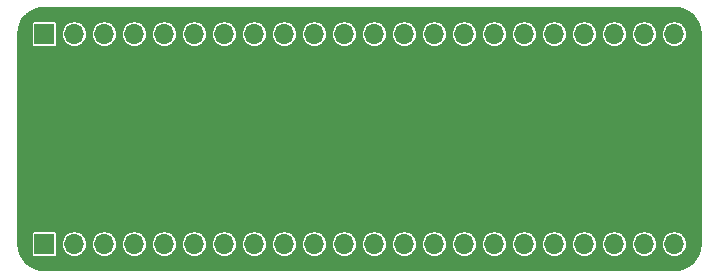
<source format=gbr>
G04 #@! TF.GenerationSoftware,KiCad,Pcbnew,(5.1.4)-1*
G04 #@! TF.CreationDate,2019-10-24T16:58:35-04:00*
G04 #@! TF.ProjectId,TQFP44,54514650-3434-42e6-9b69-6361645f7063,B*
G04 #@! TF.SameCoordinates,Original*
G04 #@! TF.FileFunction,Copper,L2,Bot*
G04 #@! TF.FilePolarity,Positive*
%FSLAX46Y46*%
G04 Gerber Fmt 4.6, Leading zero omitted, Abs format (unit mm)*
G04 Created by KiCad (PCBNEW (5.1.4)-1) date 2019-10-24 16:58:35*
%MOMM*%
%LPD*%
G04 APERTURE LIST*
%ADD10O,1.700000X1.700000*%
%ADD11R,1.700000X1.700000*%
%ADD12C,0.150000*%
G04 APERTURE END LIST*
D10*
X124460000Y-36830000D03*
X121920000Y-36830000D03*
X119380000Y-36830000D03*
X116840000Y-36830000D03*
X114300000Y-36830000D03*
X111760000Y-36830000D03*
X109220000Y-36830000D03*
X106680000Y-36830000D03*
X104140000Y-36830000D03*
X101600000Y-36830000D03*
X99060000Y-36830000D03*
X96520000Y-36830000D03*
X93980000Y-36830000D03*
X91440000Y-36830000D03*
X88900000Y-36830000D03*
X86360000Y-36830000D03*
X83820000Y-36830000D03*
X81280000Y-36830000D03*
X78740000Y-36830000D03*
X76200000Y-36830000D03*
X73660000Y-36830000D03*
D11*
X71120000Y-36830000D03*
D10*
X124460000Y-54610000D03*
X121920000Y-54610000D03*
X119380000Y-54610000D03*
X116840000Y-54610000D03*
X114300000Y-54610000D03*
X111760000Y-54610000D03*
X109220000Y-54610000D03*
X106680000Y-54610000D03*
X104140000Y-54610000D03*
X101600000Y-54610000D03*
X99060000Y-54610000D03*
X96520000Y-54610000D03*
X93980000Y-54610000D03*
X91440000Y-54610000D03*
X88900000Y-54610000D03*
X86360000Y-54610000D03*
X83820000Y-54610000D03*
X81280000Y-54610000D03*
X78740000Y-54610000D03*
X76200000Y-54610000D03*
X73660000Y-54610000D03*
D11*
X71120000Y-54610000D03*
D12*
G36*
X124894804Y-34634071D02*
G01*
X125313052Y-34760348D01*
X125698802Y-34965455D01*
X126037369Y-35241585D01*
X126315850Y-35578211D01*
X126523647Y-35962523D01*
X126652838Y-36379871D01*
X126699993Y-36828520D01*
X126700000Y-36830477D01*
X126700001Y-54595319D01*
X126655929Y-55044803D01*
X126529652Y-55463052D01*
X126324547Y-55848800D01*
X126048418Y-56187367D01*
X125711789Y-56465850D01*
X125327478Y-56673646D01*
X124910129Y-56802838D01*
X124461480Y-56849993D01*
X124459523Y-56850000D01*
X71134670Y-56850000D01*
X70685197Y-56805929D01*
X70266948Y-56679652D01*
X69881200Y-56474547D01*
X69542633Y-56198418D01*
X69264150Y-55861789D01*
X69056354Y-55477478D01*
X68927162Y-55060129D01*
X68880007Y-54611480D01*
X68880000Y-54609523D01*
X68880000Y-53760000D01*
X70043912Y-53760000D01*
X70043912Y-55460000D01*
X70048256Y-55504108D01*
X70061122Y-55546520D01*
X70082015Y-55585608D01*
X70110132Y-55619868D01*
X70144392Y-55647985D01*
X70183480Y-55668878D01*
X70225892Y-55681744D01*
X70270000Y-55686088D01*
X71970000Y-55686088D01*
X72014108Y-55681744D01*
X72056520Y-55668878D01*
X72095608Y-55647985D01*
X72129868Y-55619868D01*
X72157985Y-55585608D01*
X72178878Y-55546520D01*
X72191744Y-55504108D01*
X72196088Y-55460000D01*
X72196088Y-54610000D01*
X72579799Y-54610000D01*
X72600555Y-54820737D01*
X72662024Y-55023375D01*
X72761846Y-55210128D01*
X72896183Y-55373817D01*
X73059872Y-55508154D01*
X73246625Y-55607976D01*
X73449263Y-55669445D01*
X73607194Y-55685000D01*
X73712806Y-55685000D01*
X73870737Y-55669445D01*
X74073375Y-55607976D01*
X74260128Y-55508154D01*
X74423817Y-55373817D01*
X74558154Y-55210128D01*
X74657976Y-55023375D01*
X74719445Y-54820737D01*
X74740201Y-54610000D01*
X75119799Y-54610000D01*
X75140555Y-54820737D01*
X75202024Y-55023375D01*
X75301846Y-55210128D01*
X75436183Y-55373817D01*
X75599872Y-55508154D01*
X75786625Y-55607976D01*
X75989263Y-55669445D01*
X76147194Y-55685000D01*
X76252806Y-55685000D01*
X76410737Y-55669445D01*
X76613375Y-55607976D01*
X76800128Y-55508154D01*
X76963817Y-55373817D01*
X77098154Y-55210128D01*
X77197976Y-55023375D01*
X77259445Y-54820737D01*
X77280201Y-54610000D01*
X77659799Y-54610000D01*
X77680555Y-54820737D01*
X77742024Y-55023375D01*
X77841846Y-55210128D01*
X77976183Y-55373817D01*
X78139872Y-55508154D01*
X78326625Y-55607976D01*
X78529263Y-55669445D01*
X78687194Y-55685000D01*
X78792806Y-55685000D01*
X78950737Y-55669445D01*
X79153375Y-55607976D01*
X79340128Y-55508154D01*
X79503817Y-55373817D01*
X79638154Y-55210128D01*
X79737976Y-55023375D01*
X79799445Y-54820737D01*
X79820201Y-54610000D01*
X80199799Y-54610000D01*
X80220555Y-54820737D01*
X80282024Y-55023375D01*
X80381846Y-55210128D01*
X80516183Y-55373817D01*
X80679872Y-55508154D01*
X80866625Y-55607976D01*
X81069263Y-55669445D01*
X81227194Y-55685000D01*
X81332806Y-55685000D01*
X81490737Y-55669445D01*
X81693375Y-55607976D01*
X81880128Y-55508154D01*
X82043817Y-55373817D01*
X82178154Y-55210128D01*
X82277976Y-55023375D01*
X82339445Y-54820737D01*
X82360201Y-54610000D01*
X82739799Y-54610000D01*
X82760555Y-54820737D01*
X82822024Y-55023375D01*
X82921846Y-55210128D01*
X83056183Y-55373817D01*
X83219872Y-55508154D01*
X83406625Y-55607976D01*
X83609263Y-55669445D01*
X83767194Y-55685000D01*
X83872806Y-55685000D01*
X84030737Y-55669445D01*
X84233375Y-55607976D01*
X84420128Y-55508154D01*
X84583817Y-55373817D01*
X84718154Y-55210128D01*
X84817976Y-55023375D01*
X84879445Y-54820737D01*
X84900201Y-54610000D01*
X85279799Y-54610000D01*
X85300555Y-54820737D01*
X85362024Y-55023375D01*
X85461846Y-55210128D01*
X85596183Y-55373817D01*
X85759872Y-55508154D01*
X85946625Y-55607976D01*
X86149263Y-55669445D01*
X86307194Y-55685000D01*
X86412806Y-55685000D01*
X86570737Y-55669445D01*
X86773375Y-55607976D01*
X86960128Y-55508154D01*
X87123817Y-55373817D01*
X87258154Y-55210128D01*
X87357976Y-55023375D01*
X87419445Y-54820737D01*
X87440201Y-54610000D01*
X87819799Y-54610000D01*
X87840555Y-54820737D01*
X87902024Y-55023375D01*
X88001846Y-55210128D01*
X88136183Y-55373817D01*
X88299872Y-55508154D01*
X88486625Y-55607976D01*
X88689263Y-55669445D01*
X88847194Y-55685000D01*
X88952806Y-55685000D01*
X89110737Y-55669445D01*
X89313375Y-55607976D01*
X89500128Y-55508154D01*
X89663817Y-55373817D01*
X89798154Y-55210128D01*
X89897976Y-55023375D01*
X89959445Y-54820737D01*
X89980201Y-54610000D01*
X90359799Y-54610000D01*
X90380555Y-54820737D01*
X90442024Y-55023375D01*
X90541846Y-55210128D01*
X90676183Y-55373817D01*
X90839872Y-55508154D01*
X91026625Y-55607976D01*
X91229263Y-55669445D01*
X91387194Y-55685000D01*
X91492806Y-55685000D01*
X91650737Y-55669445D01*
X91853375Y-55607976D01*
X92040128Y-55508154D01*
X92203817Y-55373817D01*
X92338154Y-55210128D01*
X92437976Y-55023375D01*
X92499445Y-54820737D01*
X92520201Y-54610000D01*
X92899799Y-54610000D01*
X92920555Y-54820737D01*
X92982024Y-55023375D01*
X93081846Y-55210128D01*
X93216183Y-55373817D01*
X93379872Y-55508154D01*
X93566625Y-55607976D01*
X93769263Y-55669445D01*
X93927194Y-55685000D01*
X94032806Y-55685000D01*
X94190737Y-55669445D01*
X94393375Y-55607976D01*
X94580128Y-55508154D01*
X94743817Y-55373817D01*
X94878154Y-55210128D01*
X94977976Y-55023375D01*
X95039445Y-54820737D01*
X95060201Y-54610000D01*
X95439799Y-54610000D01*
X95460555Y-54820737D01*
X95522024Y-55023375D01*
X95621846Y-55210128D01*
X95756183Y-55373817D01*
X95919872Y-55508154D01*
X96106625Y-55607976D01*
X96309263Y-55669445D01*
X96467194Y-55685000D01*
X96572806Y-55685000D01*
X96730737Y-55669445D01*
X96933375Y-55607976D01*
X97120128Y-55508154D01*
X97283817Y-55373817D01*
X97418154Y-55210128D01*
X97517976Y-55023375D01*
X97579445Y-54820737D01*
X97600201Y-54610000D01*
X97979799Y-54610000D01*
X98000555Y-54820737D01*
X98062024Y-55023375D01*
X98161846Y-55210128D01*
X98296183Y-55373817D01*
X98459872Y-55508154D01*
X98646625Y-55607976D01*
X98849263Y-55669445D01*
X99007194Y-55685000D01*
X99112806Y-55685000D01*
X99270737Y-55669445D01*
X99473375Y-55607976D01*
X99660128Y-55508154D01*
X99823817Y-55373817D01*
X99958154Y-55210128D01*
X100057976Y-55023375D01*
X100119445Y-54820737D01*
X100140201Y-54610000D01*
X100519799Y-54610000D01*
X100540555Y-54820737D01*
X100602024Y-55023375D01*
X100701846Y-55210128D01*
X100836183Y-55373817D01*
X100999872Y-55508154D01*
X101186625Y-55607976D01*
X101389263Y-55669445D01*
X101547194Y-55685000D01*
X101652806Y-55685000D01*
X101810737Y-55669445D01*
X102013375Y-55607976D01*
X102200128Y-55508154D01*
X102363817Y-55373817D01*
X102498154Y-55210128D01*
X102597976Y-55023375D01*
X102659445Y-54820737D01*
X102680201Y-54610000D01*
X103059799Y-54610000D01*
X103080555Y-54820737D01*
X103142024Y-55023375D01*
X103241846Y-55210128D01*
X103376183Y-55373817D01*
X103539872Y-55508154D01*
X103726625Y-55607976D01*
X103929263Y-55669445D01*
X104087194Y-55685000D01*
X104192806Y-55685000D01*
X104350737Y-55669445D01*
X104553375Y-55607976D01*
X104740128Y-55508154D01*
X104903817Y-55373817D01*
X105038154Y-55210128D01*
X105137976Y-55023375D01*
X105199445Y-54820737D01*
X105220201Y-54610000D01*
X105599799Y-54610000D01*
X105620555Y-54820737D01*
X105682024Y-55023375D01*
X105781846Y-55210128D01*
X105916183Y-55373817D01*
X106079872Y-55508154D01*
X106266625Y-55607976D01*
X106469263Y-55669445D01*
X106627194Y-55685000D01*
X106732806Y-55685000D01*
X106890737Y-55669445D01*
X107093375Y-55607976D01*
X107280128Y-55508154D01*
X107443817Y-55373817D01*
X107578154Y-55210128D01*
X107677976Y-55023375D01*
X107739445Y-54820737D01*
X107760201Y-54610000D01*
X108139799Y-54610000D01*
X108160555Y-54820737D01*
X108222024Y-55023375D01*
X108321846Y-55210128D01*
X108456183Y-55373817D01*
X108619872Y-55508154D01*
X108806625Y-55607976D01*
X109009263Y-55669445D01*
X109167194Y-55685000D01*
X109272806Y-55685000D01*
X109430737Y-55669445D01*
X109633375Y-55607976D01*
X109820128Y-55508154D01*
X109983817Y-55373817D01*
X110118154Y-55210128D01*
X110217976Y-55023375D01*
X110279445Y-54820737D01*
X110300201Y-54610000D01*
X110679799Y-54610000D01*
X110700555Y-54820737D01*
X110762024Y-55023375D01*
X110861846Y-55210128D01*
X110996183Y-55373817D01*
X111159872Y-55508154D01*
X111346625Y-55607976D01*
X111549263Y-55669445D01*
X111707194Y-55685000D01*
X111812806Y-55685000D01*
X111970737Y-55669445D01*
X112173375Y-55607976D01*
X112360128Y-55508154D01*
X112523817Y-55373817D01*
X112658154Y-55210128D01*
X112757976Y-55023375D01*
X112819445Y-54820737D01*
X112840201Y-54610000D01*
X113219799Y-54610000D01*
X113240555Y-54820737D01*
X113302024Y-55023375D01*
X113401846Y-55210128D01*
X113536183Y-55373817D01*
X113699872Y-55508154D01*
X113886625Y-55607976D01*
X114089263Y-55669445D01*
X114247194Y-55685000D01*
X114352806Y-55685000D01*
X114510737Y-55669445D01*
X114713375Y-55607976D01*
X114900128Y-55508154D01*
X115063817Y-55373817D01*
X115198154Y-55210128D01*
X115297976Y-55023375D01*
X115359445Y-54820737D01*
X115380201Y-54610000D01*
X115759799Y-54610000D01*
X115780555Y-54820737D01*
X115842024Y-55023375D01*
X115941846Y-55210128D01*
X116076183Y-55373817D01*
X116239872Y-55508154D01*
X116426625Y-55607976D01*
X116629263Y-55669445D01*
X116787194Y-55685000D01*
X116892806Y-55685000D01*
X117050737Y-55669445D01*
X117253375Y-55607976D01*
X117440128Y-55508154D01*
X117603817Y-55373817D01*
X117738154Y-55210128D01*
X117837976Y-55023375D01*
X117899445Y-54820737D01*
X117920201Y-54610000D01*
X118299799Y-54610000D01*
X118320555Y-54820737D01*
X118382024Y-55023375D01*
X118481846Y-55210128D01*
X118616183Y-55373817D01*
X118779872Y-55508154D01*
X118966625Y-55607976D01*
X119169263Y-55669445D01*
X119327194Y-55685000D01*
X119432806Y-55685000D01*
X119590737Y-55669445D01*
X119793375Y-55607976D01*
X119980128Y-55508154D01*
X120143817Y-55373817D01*
X120278154Y-55210128D01*
X120377976Y-55023375D01*
X120439445Y-54820737D01*
X120460201Y-54610000D01*
X120839799Y-54610000D01*
X120860555Y-54820737D01*
X120922024Y-55023375D01*
X121021846Y-55210128D01*
X121156183Y-55373817D01*
X121319872Y-55508154D01*
X121506625Y-55607976D01*
X121709263Y-55669445D01*
X121867194Y-55685000D01*
X121972806Y-55685000D01*
X122130737Y-55669445D01*
X122333375Y-55607976D01*
X122520128Y-55508154D01*
X122683817Y-55373817D01*
X122818154Y-55210128D01*
X122917976Y-55023375D01*
X122979445Y-54820737D01*
X123000201Y-54610000D01*
X123379799Y-54610000D01*
X123400555Y-54820737D01*
X123462024Y-55023375D01*
X123561846Y-55210128D01*
X123696183Y-55373817D01*
X123859872Y-55508154D01*
X124046625Y-55607976D01*
X124249263Y-55669445D01*
X124407194Y-55685000D01*
X124512806Y-55685000D01*
X124670737Y-55669445D01*
X124873375Y-55607976D01*
X125060128Y-55508154D01*
X125223817Y-55373817D01*
X125358154Y-55210128D01*
X125457976Y-55023375D01*
X125519445Y-54820737D01*
X125540201Y-54610000D01*
X125519445Y-54399263D01*
X125457976Y-54196625D01*
X125358154Y-54009872D01*
X125223817Y-53846183D01*
X125060128Y-53711846D01*
X124873375Y-53612024D01*
X124670737Y-53550555D01*
X124512806Y-53535000D01*
X124407194Y-53535000D01*
X124249263Y-53550555D01*
X124046625Y-53612024D01*
X123859872Y-53711846D01*
X123696183Y-53846183D01*
X123561846Y-54009872D01*
X123462024Y-54196625D01*
X123400555Y-54399263D01*
X123379799Y-54610000D01*
X123000201Y-54610000D01*
X122979445Y-54399263D01*
X122917976Y-54196625D01*
X122818154Y-54009872D01*
X122683817Y-53846183D01*
X122520128Y-53711846D01*
X122333375Y-53612024D01*
X122130737Y-53550555D01*
X121972806Y-53535000D01*
X121867194Y-53535000D01*
X121709263Y-53550555D01*
X121506625Y-53612024D01*
X121319872Y-53711846D01*
X121156183Y-53846183D01*
X121021846Y-54009872D01*
X120922024Y-54196625D01*
X120860555Y-54399263D01*
X120839799Y-54610000D01*
X120460201Y-54610000D01*
X120439445Y-54399263D01*
X120377976Y-54196625D01*
X120278154Y-54009872D01*
X120143817Y-53846183D01*
X119980128Y-53711846D01*
X119793375Y-53612024D01*
X119590737Y-53550555D01*
X119432806Y-53535000D01*
X119327194Y-53535000D01*
X119169263Y-53550555D01*
X118966625Y-53612024D01*
X118779872Y-53711846D01*
X118616183Y-53846183D01*
X118481846Y-54009872D01*
X118382024Y-54196625D01*
X118320555Y-54399263D01*
X118299799Y-54610000D01*
X117920201Y-54610000D01*
X117899445Y-54399263D01*
X117837976Y-54196625D01*
X117738154Y-54009872D01*
X117603817Y-53846183D01*
X117440128Y-53711846D01*
X117253375Y-53612024D01*
X117050737Y-53550555D01*
X116892806Y-53535000D01*
X116787194Y-53535000D01*
X116629263Y-53550555D01*
X116426625Y-53612024D01*
X116239872Y-53711846D01*
X116076183Y-53846183D01*
X115941846Y-54009872D01*
X115842024Y-54196625D01*
X115780555Y-54399263D01*
X115759799Y-54610000D01*
X115380201Y-54610000D01*
X115359445Y-54399263D01*
X115297976Y-54196625D01*
X115198154Y-54009872D01*
X115063817Y-53846183D01*
X114900128Y-53711846D01*
X114713375Y-53612024D01*
X114510737Y-53550555D01*
X114352806Y-53535000D01*
X114247194Y-53535000D01*
X114089263Y-53550555D01*
X113886625Y-53612024D01*
X113699872Y-53711846D01*
X113536183Y-53846183D01*
X113401846Y-54009872D01*
X113302024Y-54196625D01*
X113240555Y-54399263D01*
X113219799Y-54610000D01*
X112840201Y-54610000D01*
X112819445Y-54399263D01*
X112757976Y-54196625D01*
X112658154Y-54009872D01*
X112523817Y-53846183D01*
X112360128Y-53711846D01*
X112173375Y-53612024D01*
X111970737Y-53550555D01*
X111812806Y-53535000D01*
X111707194Y-53535000D01*
X111549263Y-53550555D01*
X111346625Y-53612024D01*
X111159872Y-53711846D01*
X110996183Y-53846183D01*
X110861846Y-54009872D01*
X110762024Y-54196625D01*
X110700555Y-54399263D01*
X110679799Y-54610000D01*
X110300201Y-54610000D01*
X110279445Y-54399263D01*
X110217976Y-54196625D01*
X110118154Y-54009872D01*
X109983817Y-53846183D01*
X109820128Y-53711846D01*
X109633375Y-53612024D01*
X109430737Y-53550555D01*
X109272806Y-53535000D01*
X109167194Y-53535000D01*
X109009263Y-53550555D01*
X108806625Y-53612024D01*
X108619872Y-53711846D01*
X108456183Y-53846183D01*
X108321846Y-54009872D01*
X108222024Y-54196625D01*
X108160555Y-54399263D01*
X108139799Y-54610000D01*
X107760201Y-54610000D01*
X107739445Y-54399263D01*
X107677976Y-54196625D01*
X107578154Y-54009872D01*
X107443817Y-53846183D01*
X107280128Y-53711846D01*
X107093375Y-53612024D01*
X106890737Y-53550555D01*
X106732806Y-53535000D01*
X106627194Y-53535000D01*
X106469263Y-53550555D01*
X106266625Y-53612024D01*
X106079872Y-53711846D01*
X105916183Y-53846183D01*
X105781846Y-54009872D01*
X105682024Y-54196625D01*
X105620555Y-54399263D01*
X105599799Y-54610000D01*
X105220201Y-54610000D01*
X105199445Y-54399263D01*
X105137976Y-54196625D01*
X105038154Y-54009872D01*
X104903817Y-53846183D01*
X104740128Y-53711846D01*
X104553375Y-53612024D01*
X104350737Y-53550555D01*
X104192806Y-53535000D01*
X104087194Y-53535000D01*
X103929263Y-53550555D01*
X103726625Y-53612024D01*
X103539872Y-53711846D01*
X103376183Y-53846183D01*
X103241846Y-54009872D01*
X103142024Y-54196625D01*
X103080555Y-54399263D01*
X103059799Y-54610000D01*
X102680201Y-54610000D01*
X102659445Y-54399263D01*
X102597976Y-54196625D01*
X102498154Y-54009872D01*
X102363817Y-53846183D01*
X102200128Y-53711846D01*
X102013375Y-53612024D01*
X101810737Y-53550555D01*
X101652806Y-53535000D01*
X101547194Y-53535000D01*
X101389263Y-53550555D01*
X101186625Y-53612024D01*
X100999872Y-53711846D01*
X100836183Y-53846183D01*
X100701846Y-54009872D01*
X100602024Y-54196625D01*
X100540555Y-54399263D01*
X100519799Y-54610000D01*
X100140201Y-54610000D01*
X100119445Y-54399263D01*
X100057976Y-54196625D01*
X99958154Y-54009872D01*
X99823817Y-53846183D01*
X99660128Y-53711846D01*
X99473375Y-53612024D01*
X99270737Y-53550555D01*
X99112806Y-53535000D01*
X99007194Y-53535000D01*
X98849263Y-53550555D01*
X98646625Y-53612024D01*
X98459872Y-53711846D01*
X98296183Y-53846183D01*
X98161846Y-54009872D01*
X98062024Y-54196625D01*
X98000555Y-54399263D01*
X97979799Y-54610000D01*
X97600201Y-54610000D01*
X97579445Y-54399263D01*
X97517976Y-54196625D01*
X97418154Y-54009872D01*
X97283817Y-53846183D01*
X97120128Y-53711846D01*
X96933375Y-53612024D01*
X96730737Y-53550555D01*
X96572806Y-53535000D01*
X96467194Y-53535000D01*
X96309263Y-53550555D01*
X96106625Y-53612024D01*
X95919872Y-53711846D01*
X95756183Y-53846183D01*
X95621846Y-54009872D01*
X95522024Y-54196625D01*
X95460555Y-54399263D01*
X95439799Y-54610000D01*
X95060201Y-54610000D01*
X95039445Y-54399263D01*
X94977976Y-54196625D01*
X94878154Y-54009872D01*
X94743817Y-53846183D01*
X94580128Y-53711846D01*
X94393375Y-53612024D01*
X94190737Y-53550555D01*
X94032806Y-53535000D01*
X93927194Y-53535000D01*
X93769263Y-53550555D01*
X93566625Y-53612024D01*
X93379872Y-53711846D01*
X93216183Y-53846183D01*
X93081846Y-54009872D01*
X92982024Y-54196625D01*
X92920555Y-54399263D01*
X92899799Y-54610000D01*
X92520201Y-54610000D01*
X92499445Y-54399263D01*
X92437976Y-54196625D01*
X92338154Y-54009872D01*
X92203817Y-53846183D01*
X92040128Y-53711846D01*
X91853375Y-53612024D01*
X91650737Y-53550555D01*
X91492806Y-53535000D01*
X91387194Y-53535000D01*
X91229263Y-53550555D01*
X91026625Y-53612024D01*
X90839872Y-53711846D01*
X90676183Y-53846183D01*
X90541846Y-54009872D01*
X90442024Y-54196625D01*
X90380555Y-54399263D01*
X90359799Y-54610000D01*
X89980201Y-54610000D01*
X89959445Y-54399263D01*
X89897976Y-54196625D01*
X89798154Y-54009872D01*
X89663817Y-53846183D01*
X89500128Y-53711846D01*
X89313375Y-53612024D01*
X89110737Y-53550555D01*
X88952806Y-53535000D01*
X88847194Y-53535000D01*
X88689263Y-53550555D01*
X88486625Y-53612024D01*
X88299872Y-53711846D01*
X88136183Y-53846183D01*
X88001846Y-54009872D01*
X87902024Y-54196625D01*
X87840555Y-54399263D01*
X87819799Y-54610000D01*
X87440201Y-54610000D01*
X87419445Y-54399263D01*
X87357976Y-54196625D01*
X87258154Y-54009872D01*
X87123817Y-53846183D01*
X86960128Y-53711846D01*
X86773375Y-53612024D01*
X86570737Y-53550555D01*
X86412806Y-53535000D01*
X86307194Y-53535000D01*
X86149263Y-53550555D01*
X85946625Y-53612024D01*
X85759872Y-53711846D01*
X85596183Y-53846183D01*
X85461846Y-54009872D01*
X85362024Y-54196625D01*
X85300555Y-54399263D01*
X85279799Y-54610000D01*
X84900201Y-54610000D01*
X84879445Y-54399263D01*
X84817976Y-54196625D01*
X84718154Y-54009872D01*
X84583817Y-53846183D01*
X84420128Y-53711846D01*
X84233375Y-53612024D01*
X84030737Y-53550555D01*
X83872806Y-53535000D01*
X83767194Y-53535000D01*
X83609263Y-53550555D01*
X83406625Y-53612024D01*
X83219872Y-53711846D01*
X83056183Y-53846183D01*
X82921846Y-54009872D01*
X82822024Y-54196625D01*
X82760555Y-54399263D01*
X82739799Y-54610000D01*
X82360201Y-54610000D01*
X82339445Y-54399263D01*
X82277976Y-54196625D01*
X82178154Y-54009872D01*
X82043817Y-53846183D01*
X81880128Y-53711846D01*
X81693375Y-53612024D01*
X81490737Y-53550555D01*
X81332806Y-53535000D01*
X81227194Y-53535000D01*
X81069263Y-53550555D01*
X80866625Y-53612024D01*
X80679872Y-53711846D01*
X80516183Y-53846183D01*
X80381846Y-54009872D01*
X80282024Y-54196625D01*
X80220555Y-54399263D01*
X80199799Y-54610000D01*
X79820201Y-54610000D01*
X79799445Y-54399263D01*
X79737976Y-54196625D01*
X79638154Y-54009872D01*
X79503817Y-53846183D01*
X79340128Y-53711846D01*
X79153375Y-53612024D01*
X78950737Y-53550555D01*
X78792806Y-53535000D01*
X78687194Y-53535000D01*
X78529263Y-53550555D01*
X78326625Y-53612024D01*
X78139872Y-53711846D01*
X77976183Y-53846183D01*
X77841846Y-54009872D01*
X77742024Y-54196625D01*
X77680555Y-54399263D01*
X77659799Y-54610000D01*
X77280201Y-54610000D01*
X77259445Y-54399263D01*
X77197976Y-54196625D01*
X77098154Y-54009872D01*
X76963817Y-53846183D01*
X76800128Y-53711846D01*
X76613375Y-53612024D01*
X76410737Y-53550555D01*
X76252806Y-53535000D01*
X76147194Y-53535000D01*
X75989263Y-53550555D01*
X75786625Y-53612024D01*
X75599872Y-53711846D01*
X75436183Y-53846183D01*
X75301846Y-54009872D01*
X75202024Y-54196625D01*
X75140555Y-54399263D01*
X75119799Y-54610000D01*
X74740201Y-54610000D01*
X74719445Y-54399263D01*
X74657976Y-54196625D01*
X74558154Y-54009872D01*
X74423817Y-53846183D01*
X74260128Y-53711846D01*
X74073375Y-53612024D01*
X73870737Y-53550555D01*
X73712806Y-53535000D01*
X73607194Y-53535000D01*
X73449263Y-53550555D01*
X73246625Y-53612024D01*
X73059872Y-53711846D01*
X72896183Y-53846183D01*
X72761846Y-54009872D01*
X72662024Y-54196625D01*
X72600555Y-54399263D01*
X72579799Y-54610000D01*
X72196088Y-54610000D01*
X72196088Y-53760000D01*
X72191744Y-53715892D01*
X72178878Y-53673480D01*
X72157985Y-53634392D01*
X72129868Y-53600132D01*
X72095608Y-53572015D01*
X72056520Y-53551122D01*
X72014108Y-53538256D01*
X71970000Y-53533912D01*
X70270000Y-53533912D01*
X70225892Y-53538256D01*
X70183480Y-53551122D01*
X70144392Y-53572015D01*
X70110132Y-53600132D01*
X70082015Y-53634392D01*
X70061122Y-53673480D01*
X70048256Y-53715892D01*
X70043912Y-53760000D01*
X68880000Y-53760000D01*
X68880000Y-36844670D01*
X68924071Y-36395196D01*
X69049426Y-35980000D01*
X70043912Y-35980000D01*
X70043912Y-37680000D01*
X70048256Y-37724108D01*
X70061122Y-37766520D01*
X70082015Y-37805608D01*
X70110132Y-37839868D01*
X70144392Y-37867985D01*
X70183480Y-37888878D01*
X70225892Y-37901744D01*
X70270000Y-37906088D01*
X71970000Y-37906088D01*
X72014108Y-37901744D01*
X72056520Y-37888878D01*
X72095608Y-37867985D01*
X72129868Y-37839868D01*
X72157985Y-37805608D01*
X72178878Y-37766520D01*
X72191744Y-37724108D01*
X72196088Y-37680000D01*
X72196088Y-36830000D01*
X72579799Y-36830000D01*
X72600555Y-37040737D01*
X72662024Y-37243375D01*
X72761846Y-37430128D01*
X72896183Y-37593817D01*
X73059872Y-37728154D01*
X73246625Y-37827976D01*
X73449263Y-37889445D01*
X73607194Y-37905000D01*
X73712806Y-37905000D01*
X73870737Y-37889445D01*
X74073375Y-37827976D01*
X74260128Y-37728154D01*
X74423817Y-37593817D01*
X74558154Y-37430128D01*
X74657976Y-37243375D01*
X74719445Y-37040737D01*
X74740201Y-36830000D01*
X75119799Y-36830000D01*
X75140555Y-37040737D01*
X75202024Y-37243375D01*
X75301846Y-37430128D01*
X75436183Y-37593817D01*
X75599872Y-37728154D01*
X75786625Y-37827976D01*
X75989263Y-37889445D01*
X76147194Y-37905000D01*
X76252806Y-37905000D01*
X76410737Y-37889445D01*
X76613375Y-37827976D01*
X76800128Y-37728154D01*
X76963817Y-37593817D01*
X77098154Y-37430128D01*
X77197976Y-37243375D01*
X77259445Y-37040737D01*
X77280201Y-36830000D01*
X77659799Y-36830000D01*
X77680555Y-37040737D01*
X77742024Y-37243375D01*
X77841846Y-37430128D01*
X77976183Y-37593817D01*
X78139872Y-37728154D01*
X78326625Y-37827976D01*
X78529263Y-37889445D01*
X78687194Y-37905000D01*
X78792806Y-37905000D01*
X78950737Y-37889445D01*
X79153375Y-37827976D01*
X79340128Y-37728154D01*
X79503817Y-37593817D01*
X79638154Y-37430128D01*
X79737976Y-37243375D01*
X79799445Y-37040737D01*
X79820201Y-36830000D01*
X80199799Y-36830000D01*
X80220555Y-37040737D01*
X80282024Y-37243375D01*
X80381846Y-37430128D01*
X80516183Y-37593817D01*
X80679872Y-37728154D01*
X80866625Y-37827976D01*
X81069263Y-37889445D01*
X81227194Y-37905000D01*
X81332806Y-37905000D01*
X81490737Y-37889445D01*
X81693375Y-37827976D01*
X81880128Y-37728154D01*
X82043817Y-37593817D01*
X82178154Y-37430128D01*
X82277976Y-37243375D01*
X82339445Y-37040737D01*
X82360201Y-36830000D01*
X82739799Y-36830000D01*
X82760555Y-37040737D01*
X82822024Y-37243375D01*
X82921846Y-37430128D01*
X83056183Y-37593817D01*
X83219872Y-37728154D01*
X83406625Y-37827976D01*
X83609263Y-37889445D01*
X83767194Y-37905000D01*
X83872806Y-37905000D01*
X84030737Y-37889445D01*
X84233375Y-37827976D01*
X84420128Y-37728154D01*
X84583817Y-37593817D01*
X84718154Y-37430128D01*
X84817976Y-37243375D01*
X84879445Y-37040737D01*
X84900201Y-36830000D01*
X85279799Y-36830000D01*
X85300555Y-37040737D01*
X85362024Y-37243375D01*
X85461846Y-37430128D01*
X85596183Y-37593817D01*
X85759872Y-37728154D01*
X85946625Y-37827976D01*
X86149263Y-37889445D01*
X86307194Y-37905000D01*
X86412806Y-37905000D01*
X86570737Y-37889445D01*
X86773375Y-37827976D01*
X86960128Y-37728154D01*
X87123817Y-37593817D01*
X87258154Y-37430128D01*
X87357976Y-37243375D01*
X87419445Y-37040737D01*
X87440201Y-36830000D01*
X87819799Y-36830000D01*
X87840555Y-37040737D01*
X87902024Y-37243375D01*
X88001846Y-37430128D01*
X88136183Y-37593817D01*
X88299872Y-37728154D01*
X88486625Y-37827976D01*
X88689263Y-37889445D01*
X88847194Y-37905000D01*
X88952806Y-37905000D01*
X89110737Y-37889445D01*
X89313375Y-37827976D01*
X89500128Y-37728154D01*
X89663817Y-37593817D01*
X89798154Y-37430128D01*
X89897976Y-37243375D01*
X89959445Y-37040737D01*
X89980201Y-36830000D01*
X90359799Y-36830000D01*
X90380555Y-37040737D01*
X90442024Y-37243375D01*
X90541846Y-37430128D01*
X90676183Y-37593817D01*
X90839872Y-37728154D01*
X91026625Y-37827976D01*
X91229263Y-37889445D01*
X91387194Y-37905000D01*
X91492806Y-37905000D01*
X91650737Y-37889445D01*
X91853375Y-37827976D01*
X92040128Y-37728154D01*
X92203817Y-37593817D01*
X92338154Y-37430128D01*
X92437976Y-37243375D01*
X92499445Y-37040737D01*
X92520201Y-36830000D01*
X92899799Y-36830000D01*
X92920555Y-37040737D01*
X92982024Y-37243375D01*
X93081846Y-37430128D01*
X93216183Y-37593817D01*
X93379872Y-37728154D01*
X93566625Y-37827976D01*
X93769263Y-37889445D01*
X93927194Y-37905000D01*
X94032806Y-37905000D01*
X94190737Y-37889445D01*
X94393375Y-37827976D01*
X94580128Y-37728154D01*
X94743817Y-37593817D01*
X94878154Y-37430128D01*
X94977976Y-37243375D01*
X95039445Y-37040737D01*
X95060201Y-36830000D01*
X95439799Y-36830000D01*
X95460555Y-37040737D01*
X95522024Y-37243375D01*
X95621846Y-37430128D01*
X95756183Y-37593817D01*
X95919872Y-37728154D01*
X96106625Y-37827976D01*
X96309263Y-37889445D01*
X96467194Y-37905000D01*
X96572806Y-37905000D01*
X96730737Y-37889445D01*
X96933375Y-37827976D01*
X97120128Y-37728154D01*
X97283817Y-37593817D01*
X97418154Y-37430128D01*
X97517976Y-37243375D01*
X97579445Y-37040737D01*
X97600201Y-36830000D01*
X97979799Y-36830000D01*
X98000555Y-37040737D01*
X98062024Y-37243375D01*
X98161846Y-37430128D01*
X98296183Y-37593817D01*
X98459872Y-37728154D01*
X98646625Y-37827976D01*
X98849263Y-37889445D01*
X99007194Y-37905000D01*
X99112806Y-37905000D01*
X99270737Y-37889445D01*
X99473375Y-37827976D01*
X99660128Y-37728154D01*
X99823817Y-37593817D01*
X99958154Y-37430128D01*
X100057976Y-37243375D01*
X100119445Y-37040737D01*
X100140201Y-36830000D01*
X100519799Y-36830000D01*
X100540555Y-37040737D01*
X100602024Y-37243375D01*
X100701846Y-37430128D01*
X100836183Y-37593817D01*
X100999872Y-37728154D01*
X101186625Y-37827976D01*
X101389263Y-37889445D01*
X101547194Y-37905000D01*
X101652806Y-37905000D01*
X101810737Y-37889445D01*
X102013375Y-37827976D01*
X102200128Y-37728154D01*
X102363817Y-37593817D01*
X102498154Y-37430128D01*
X102597976Y-37243375D01*
X102659445Y-37040737D01*
X102680201Y-36830000D01*
X103059799Y-36830000D01*
X103080555Y-37040737D01*
X103142024Y-37243375D01*
X103241846Y-37430128D01*
X103376183Y-37593817D01*
X103539872Y-37728154D01*
X103726625Y-37827976D01*
X103929263Y-37889445D01*
X104087194Y-37905000D01*
X104192806Y-37905000D01*
X104350737Y-37889445D01*
X104553375Y-37827976D01*
X104740128Y-37728154D01*
X104903817Y-37593817D01*
X105038154Y-37430128D01*
X105137976Y-37243375D01*
X105199445Y-37040737D01*
X105220201Y-36830000D01*
X105599799Y-36830000D01*
X105620555Y-37040737D01*
X105682024Y-37243375D01*
X105781846Y-37430128D01*
X105916183Y-37593817D01*
X106079872Y-37728154D01*
X106266625Y-37827976D01*
X106469263Y-37889445D01*
X106627194Y-37905000D01*
X106732806Y-37905000D01*
X106890737Y-37889445D01*
X107093375Y-37827976D01*
X107280128Y-37728154D01*
X107443817Y-37593817D01*
X107578154Y-37430128D01*
X107677976Y-37243375D01*
X107739445Y-37040737D01*
X107760201Y-36830000D01*
X108139799Y-36830000D01*
X108160555Y-37040737D01*
X108222024Y-37243375D01*
X108321846Y-37430128D01*
X108456183Y-37593817D01*
X108619872Y-37728154D01*
X108806625Y-37827976D01*
X109009263Y-37889445D01*
X109167194Y-37905000D01*
X109272806Y-37905000D01*
X109430737Y-37889445D01*
X109633375Y-37827976D01*
X109820128Y-37728154D01*
X109983817Y-37593817D01*
X110118154Y-37430128D01*
X110217976Y-37243375D01*
X110279445Y-37040737D01*
X110300201Y-36830000D01*
X110679799Y-36830000D01*
X110700555Y-37040737D01*
X110762024Y-37243375D01*
X110861846Y-37430128D01*
X110996183Y-37593817D01*
X111159872Y-37728154D01*
X111346625Y-37827976D01*
X111549263Y-37889445D01*
X111707194Y-37905000D01*
X111812806Y-37905000D01*
X111970737Y-37889445D01*
X112173375Y-37827976D01*
X112360128Y-37728154D01*
X112523817Y-37593817D01*
X112658154Y-37430128D01*
X112757976Y-37243375D01*
X112819445Y-37040737D01*
X112840201Y-36830000D01*
X113219799Y-36830000D01*
X113240555Y-37040737D01*
X113302024Y-37243375D01*
X113401846Y-37430128D01*
X113536183Y-37593817D01*
X113699872Y-37728154D01*
X113886625Y-37827976D01*
X114089263Y-37889445D01*
X114247194Y-37905000D01*
X114352806Y-37905000D01*
X114510737Y-37889445D01*
X114713375Y-37827976D01*
X114900128Y-37728154D01*
X115063817Y-37593817D01*
X115198154Y-37430128D01*
X115297976Y-37243375D01*
X115359445Y-37040737D01*
X115380201Y-36830000D01*
X115759799Y-36830000D01*
X115780555Y-37040737D01*
X115842024Y-37243375D01*
X115941846Y-37430128D01*
X116076183Y-37593817D01*
X116239872Y-37728154D01*
X116426625Y-37827976D01*
X116629263Y-37889445D01*
X116787194Y-37905000D01*
X116892806Y-37905000D01*
X117050737Y-37889445D01*
X117253375Y-37827976D01*
X117440128Y-37728154D01*
X117603817Y-37593817D01*
X117738154Y-37430128D01*
X117837976Y-37243375D01*
X117899445Y-37040737D01*
X117920201Y-36830000D01*
X118299799Y-36830000D01*
X118320555Y-37040737D01*
X118382024Y-37243375D01*
X118481846Y-37430128D01*
X118616183Y-37593817D01*
X118779872Y-37728154D01*
X118966625Y-37827976D01*
X119169263Y-37889445D01*
X119327194Y-37905000D01*
X119432806Y-37905000D01*
X119590737Y-37889445D01*
X119793375Y-37827976D01*
X119980128Y-37728154D01*
X120143817Y-37593817D01*
X120278154Y-37430128D01*
X120377976Y-37243375D01*
X120439445Y-37040737D01*
X120460201Y-36830000D01*
X120839799Y-36830000D01*
X120860555Y-37040737D01*
X120922024Y-37243375D01*
X121021846Y-37430128D01*
X121156183Y-37593817D01*
X121319872Y-37728154D01*
X121506625Y-37827976D01*
X121709263Y-37889445D01*
X121867194Y-37905000D01*
X121972806Y-37905000D01*
X122130737Y-37889445D01*
X122333375Y-37827976D01*
X122520128Y-37728154D01*
X122683817Y-37593817D01*
X122818154Y-37430128D01*
X122917976Y-37243375D01*
X122979445Y-37040737D01*
X123000201Y-36830000D01*
X123379799Y-36830000D01*
X123400555Y-37040737D01*
X123462024Y-37243375D01*
X123561846Y-37430128D01*
X123696183Y-37593817D01*
X123859872Y-37728154D01*
X124046625Y-37827976D01*
X124249263Y-37889445D01*
X124407194Y-37905000D01*
X124512806Y-37905000D01*
X124670737Y-37889445D01*
X124873375Y-37827976D01*
X125060128Y-37728154D01*
X125223817Y-37593817D01*
X125358154Y-37430128D01*
X125457976Y-37243375D01*
X125519445Y-37040737D01*
X125540201Y-36830000D01*
X125519445Y-36619263D01*
X125457976Y-36416625D01*
X125358154Y-36229872D01*
X125223817Y-36066183D01*
X125060128Y-35931846D01*
X124873375Y-35832024D01*
X124670737Y-35770555D01*
X124512806Y-35755000D01*
X124407194Y-35755000D01*
X124249263Y-35770555D01*
X124046625Y-35832024D01*
X123859872Y-35931846D01*
X123696183Y-36066183D01*
X123561846Y-36229872D01*
X123462024Y-36416625D01*
X123400555Y-36619263D01*
X123379799Y-36830000D01*
X123000201Y-36830000D01*
X122979445Y-36619263D01*
X122917976Y-36416625D01*
X122818154Y-36229872D01*
X122683817Y-36066183D01*
X122520128Y-35931846D01*
X122333375Y-35832024D01*
X122130737Y-35770555D01*
X121972806Y-35755000D01*
X121867194Y-35755000D01*
X121709263Y-35770555D01*
X121506625Y-35832024D01*
X121319872Y-35931846D01*
X121156183Y-36066183D01*
X121021846Y-36229872D01*
X120922024Y-36416625D01*
X120860555Y-36619263D01*
X120839799Y-36830000D01*
X120460201Y-36830000D01*
X120439445Y-36619263D01*
X120377976Y-36416625D01*
X120278154Y-36229872D01*
X120143817Y-36066183D01*
X119980128Y-35931846D01*
X119793375Y-35832024D01*
X119590737Y-35770555D01*
X119432806Y-35755000D01*
X119327194Y-35755000D01*
X119169263Y-35770555D01*
X118966625Y-35832024D01*
X118779872Y-35931846D01*
X118616183Y-36066183D01*
X118481846Y-36229872D01*
X118382024Y-36416625D01*
X118320555Y-36619263D01*
X118299799Y-36830000D01*
X117920201Y-36830000D01*
X117899445Y-36619263D01*
X117837976Y-36416625D01*
X117738154Y-36229872D01*
X117603817Y-36066183D01*
X117440128Y-35931846D01*
X117253375Y-35832024D01*
X117050737Y-35770555D01*
X116892806Y-35755000D01*
X116787194Y-35755000D01*
X116629263Y-35770555D01*
X116426625Y-35832024D01*
X116239872Y-35931846D01*
X116076183Y-36066183D01*
X115941846Y-36229872D01*
X115842024Y-36416625D01*
X115780555Y-36619263D01*
X115759799Y-36830000D01*
X115380201Y-36830000D01*
X115359445Y-36619263D01*
X115297976Y-36416625D01*
X115198154Y-36229872D01*
X115063817Y-36066183D01*
X114900128Y-35931846D01*
X114713375Y-35832024D01*
X114510737Y-35770555D01*
X114352806Y-35755000D01*
X114247194Y-35755000D01*
X114089263Y-35770555D01*
X113886625Y-35832024D01*
X113699872Y-35931846D01*
X113536183Y-36066183D01*
X113401846Y-36229872D01*
X113302024Y-36416625D01*
X113240555Y-36619263D01*
X113219799Y-36830000D01*
X112840201Y-36830000D01*
X112819445Y-36619263D01*
X112757976Y-36416625D01*
X112658154Y-36229872D01*
X112523817Y-36066183D01*
X112360128Y-35931846D01*
X112173375Y-35832024D01*
X111970737Y-35770555D01*
X111812806Y-35755000D01*
X111707194Y-35755000D01*
X111549263Y-35770555D01*
X111346625Y-35832024D01*
X111159872Y-35931846D01*
X110996183Y-36066183D01*
X110861846Y-36229872D01*
X110762024Y-36416625D01*
X110700555Y-36619263D01*
X110679799Y-36830000D01*
X110300201Y-36830000D01*
X110279445Y-36619263D01*
X110217976Y-36416625D01*
X110118154Y-36229872D01*
X109983817Y-36066183D01*
X109820128Y-35931846D01*
X109633375Y-35832024D01*
X109430737Y-35770555D01*
X109272806Y-35755000D01*
X109167194Y-35755000D01*
X109009263Y-35770555D01*
X108806625Y-35832024D01*
X108619872Y-35931846D01*
X108456183Y-36066183D01*
X108321846Y-36229872D01*
X108222024Y-36416625D01*
X108160555Y-36619263D01*
X108139799Y-36830000D01*
X107760201Y-36830000D01*
X107739445Y-36619263D01*
X107677976Y-36416625D01*
X107578154Y-36229872D01*
X107443817Y-36066183D01*
X107280128Y-35931846D01*
X107093375Y-35832024D01*
X106890737Y-35770555D01*
X106732806Y-35755000D01*
X106627194Y-35755000D01*
X106469263Y-35770555D01*
X106266625Y-35832024D01*
X106079872Y-35931846D01*
X105916183Y-36066183D01*
X105781846Y-36229872D01*
X105682024Y-36416625D01*
X105620555Y-36619263D01*
X105599799Y-36830000D01*
X105220201Y-36830000D01*
X105199445Y-36619263D01*
X105137976Y-36416625D01*
X105038154Y-36229872D01*
X104903817Y-36066183D01*
X104740128Y-35931846D01*
X104553375Y-35832024D01*
X104350737Y-35770555D01*
X104192806Y-35755000D01*
X104087194Y-35755000D01*
X103929263Y-35770555D01*
X103726625Y-35832024D01*
X103539872Y-35931846D01*
X103376183Y-36066183D01*
X103241846Y-36229872D01*
X103142024Y-36416625D01*
X103080555Y-36619263D01*
X103059799Y-36830000D01*
X102680201Y-36830000D01*
X102659445Y-36619263D01*
X102597976Y-36416625D01*
X102498154Y-36229872D01*
X102363817Y-36066183D01*
X102200128Y-35931846D01*
X102013375Y-35832024D01*
X101810737Y-35770555D01*
X101652806Y-35755000D01*
X101547194Y-35755000D01*
X101389263Y-35770555D01*
X101186625Y-35832024D01*
X100999872Y-35931846D01*
X100836183Y-36066183D01*
X100701846Y-36229872D01*
X100602024Y-36416625D01*
X100540555Y-36619263D01*
X100519799Y-36830000D01*
X100140201Y-36830000D01*
X100119445Y-36619263D01*
X100057976Y-36416625D01*
X99958154Y-36229872D01*
X99823817Y-36066183D01*
X99660128Y-35931846D01*
X99473375Y-35832024D01*
X99270737Y-35770555D01*
X99112806Y-35755000D01*
X99007194Y-35755000D01*
X98849263Y-35770555D01*
X98646625Y-35832024D01*
X98459872Y-35931846D01*
X98296183Y-36066183D01*
X98161846Y-36229872D01*
X98062024Y-36416625D01*
X98000555Y-36619263D01*
X97979799Y-36830000D01*
X97600201Y-36830000D01*
X97579445Y-36619263D01*
X97517976Y-36416625D01*
X97418154Y-36229872D01*
X97283817Y-36066183D01*
X97120128Y-35931846D01*
X96933375Y-35832024D01*
X96730737Y-35770555D01*
X96572806Y-35755000D01*
X96467194Y-35755000D01*
X96309263Y-35770555D01*
X96106625Y-35832024D01*
X95919872Y-35931846D01*
X95756183Y-36066183D01*
X95621846Y-36229872D01*
X95522024Y-36416625D01*
X95460555Y-36619263D01*
X95439799Y-36830000D01*
X95060201Y-36830000D01*
X95039445Y-36619263D01*
X94977976Y-36416625D01*
X94878154Y-36229872D01*
X94743817Y-36066183D01*
X94580128Y-35931846D01*
X94393375Y-35832024D01*
X94190737Y-35770555D01*
X94032806Y-35755000D01*
X93927194Y-35755000D01*
X93769263Y-35770555D01*
X93566625Y-35832024D01*
X93379872Y-35931846D01*
X93216183Y-36066183D01*
X93081846Y-36229872D01*
X92982024Y-36416625D01*
X92920555Y-36619263D01*
X92899799Y-36830000D01*
X92520201Y-36830000D01*
X92499445Y-36619263D01*
X92437976Y-36416625D01*
X92338154Y-36229872D01*
X92203817Y-36066183D01*
X92040128Y-35931846D01*
X91853375Y-35832024D01*
X91650737Y-35770555D01*
X91492806Y-35755000D01*
X91387194Y-35755000D01*
X91229263Y-35770555D01*
X91026625Y-35832024D01*
X90839872Y-35931846D01*
X90676183Y-36066183D01*
X90541846Y-36229872D01*
X90442024Y-36416625D01*
X90380555Y-36619263D01*
X90359799Y-36830000D01*
X89980201Y-36830000D01*
X89959445Y-36619263D01*
X89897976Y-36416625D01*
X89798154Y-36229872D01*
X89663817Y-36066183D01*
X89500128Y-35931846D01*
X89313375Y-35832024D01*
X89110737Y-35770555D01*
X88952806Y-35755000D01*
X88847194Y-35755000D01*
X88689263Y-35770555D01*
X88486625Y-35832024D01*
X88299872Y-35931846D01*
X88136183Y-36066183D01*
X88001846Y-36229872D01*
X87902024Y-36416625D01*
X87840555Y-36619263D01*
X87819799Y-36830000D01*
X87440201Y-36830000D01*
X87419445Y-36619263D01*
X87357976Y-36416625D01*
X87258154Y-36229872D01*
X87123817Y-36066183D01*
X86960128Y-35931846D01*
X86773375Y-35832024D01*
X86570737Y-35770555D01*
X86412806Y-35755000D01*
X86307194Y-35755000D01*
X86149263Y-35770555D01*
X85946625Y-35832024D01*
X85759872Y-35931846D01*
X85596183Y-36066183D01*
X85461846Y-36229872D01*
X85362024Y-36416625D01*
X85300555Y-36619263D01*
X85279799Y-36830000D01*
X84900201Y-36830000D01*
X84879445Y-36619263D01*
X84817976Y-36416625D01*
X84718154Y-36229872D01*
X84583817Y-36066183D01*
X84420128Y-35931846D01*
X84233375Y-35832024D01*
X84030737Y-35770555D01*
X83872806Y-35755000D01*
X83767194Y-35755000D01*
X83609263Y-35770555D01*
X83406625Y-35832024D01*
X83219872Y-35931846D01*
X83056183Y-36066183D01*
X82921846Y-36229872D01*
X82822024Y-36416625D01*
X82760555Y-36619263D01*
X82739799Y-36830000D01*
X82360201Y-36830000D01*
X82339445Y-36619263D01*
X82277976Y-36416625D01*
X82178154Y-36229872D01*
X82043817Y-36066183D01*
X81880128Y-35931846D01*
X81693375Y-35832024D01*
X81490737Y-35770555D01*
X81332806Y-35755000D01*
X81227194Y-35755000D01*
X81069263Y-35770555D01*
X80866625Y-35832024D01*
X80679872Y-35931846D01*
X80516183Y-36066183D01*
X80381846Y-36229872D01*
X80282024Y-36416625D01*
X80220555Y-36619263D01*
X80199799Y-36830000D01*
X79820201Y-36830000D01*
X79799445Y-36619263D01*
X79737976Y-36416625D01*
X79638154Y-36229872D01*
X79503817Y-36066183D01*
X79340128Y-35931846D01*
X79153375Y-35832024D01*
X78950737Y-35770555D01*
X78792806Y-35755000D01*
X78687194Y-35755000D01*
X78529263Y-35770555D01*
X78326625Y-35832024D01*
X78139872Y-35931846D01*
X77976183Y-36066183D01*
X77841846Y-36229872D01*
X77742024Y-36416625D01*
X77680555Y-36619263D01*
X77659799Y-36830000D01*
X77280201Y-36830000D01*
X77259445Y-36619263D01*
X77197976Y-36416625D01*
X77098154Y-36229872D01*
X76963817Y-36066183D01*
X76800128Y-35931846D01*
X76613375Y-35832024D01*
X76410737Y-35770555D01*
X76252806Y-35755000D01*
X76147194Y-35755000D01*
X75989263Y-35770555D01*
X75786625Y-35832024D01*
X75599872Y-35931846D01*
X75436183Y-36066183D01*
X75301846Y-36229872D01*
X75202024Y-36416625D01*
X75140555Y-36619263D01*
X75119799Y-36830000D01*
X74740201Y-36830000D01*
X74719445Y-36619263D01*
X74657976Y-36416625D01*
X74558154Y-36229872D01*
X74423817Y-36066183D01*
X74260128Y-35931846D01*
X74073375Y-35832024D01*
X73870737Y-35770555D01*
X73712806Y-35755000D01*
X73607194Y-35755000D01*
X73449263Y-35770555D01*
X73246625Y-35832024D01*
X73059872Y-35931846D01*
X72896183Y-36066183D01*
X72761846Y-36229872D01*
X72662024Y-36416625D01*
X72600555Y-36619263D01*
X72579799Y-36830000D01*
X72196088Y-36830000D01*
X72196088Y-35980000D01*
X72191744Y-35935892D01*
X72178878Y-35893480D01*
X72157985Y-35854392D01*
X72129868Y-35820132D01*
X72095608Y-35792015D01*
X72056520Y-35771122D01*
X72014108Y-35758256D01*
X71970000Y-35753912D01*
X70270000Y-35753912D01*
X70225892Y-35758256D01*
X70183480Y-35771122D01*
X70144392Y-35792015D01*
X70110132Y-35820132D01*
X70082015Y-35854392D01*
X70061122Y-35893480D01*
X70048256Y-35935892D01*
X70043912Y-35980000D01*
X69049426Y-35980000D01*
X69050348Y-35976948D01*
X69255455Y-35591198D01*
X69531585Y-35252631D01*
X69868211Y-34974150D01*
X70252523Y-34766353D01*
X70669871Y-34637162D01*
X71118520Y-34590007D01*
X71120477Y-34590000D01*
X124445330Y-34590000D01*
X124894804Y-34634071D01*
X124894804Y-34634071D01*
G37*
X124894804Y-34634071D02*
X125313052Y-34760348D01*
X125698802Y-34965455D01*
X126037369Y-35241585D01*
X126315850Y-35578211D01*
X126523647Y-35962523D01*
X126652838Y-36379871D01*
X126699993Y-36828520D01*
X126700000Y-36830477D01*
X126700001Y-54595319D01*
X126655929Y-55044803D01*
X126529652Y-55463052D01*
X126324547Y-55848800D01*
X126048418Y-56187367D01*
X125711789Y-56465850D01*
X125327478Y-56673646D01*
X124910129Y-56802838D01*
X124461480Y-56849993D01*
X124459523Y-56850000D01*
X71134670Y-56850000D01*
X70685197Y-56805929D01*
X70266948Y-56679652D01*
X69881200Y-56474547D01*
X69542633Y-56198418D01*
X69264150Y-55861789D01*
X69056354Y-55477478D01*
X68927162Y-55060129D01*
X68880007Y-54611480D01*
X68880000Y-54609523D01*
X68880000Y-53760000D01*
X70043912Y-53760000D01*
X70043912Y-55460000D01*
X70048256Y-55504108D01*
X70061122Y-55546520D01*
X70082015Y-55585608D01*
X70110132Y-55619868D01*
X70144392Y-55647985D01*
X70183480Y-55668878D01*
X70225892Y-55681744D01*
X70270000Y-55686088D01*
X71970000Y-55686088D01*
X72014108Y-55681744D01*
X72056520Y-55668878D01*
X72095608Y-55647985D01*
X72129868Y-55619868D01*
X72157985Y-55585608D01*
X72178878Y-55546520D01*
X72191744Y-55504108D01*
X72196088Y-55460000D01*
X72196088Y-54610000D01*
X72579799Y-54610000D01*
X72600555Y-54820737D01*
X72662024Y-55023375D01*
X72761846Y-55210128D01*
X72896183Y-55373817D01*
X73059872Y-55508154D01*
X73246625Y-55607976D01*
X73449263Y-55669445D01*
X73607194Y-55685000D01*
X73712806Y-55685000D01*
X73870737Y-55669445D01*
X74073375Y-55607976D01*
X74260128Y-55508154D01*
X74423817Y-55373817D01*
X74558154Y-55210128D01*
X74657976Y-55023375D01*
X74719445Y-54820737D01*
X74740201Y-54610000D01*
X75119799Y-54610000D01*
X75140555Y-54820737D01*
X75202024Y-55023375D01*
X75301846Y-55210128D01*
X75436183Y-55373817D01*
X75599872Y-55508154D01*
X75786625Y-55607976D01*
X75989263Y-55669445D01*
X76147194Y-55685000D01*
X76252806Y-55685000D01*
X76410737Y-55669445D01*
X76613375Y-55607976D01*
X76800128Y-55508154D01*
X76963817Y-55373817D01*
X77098154Y-55210128D01*
X77197976Y-55023375D01*
X77259445Y-54820737D01*
X77280201Y-54610000D01*
X77659799Y-54610000D01*
X77680555Y-54820737D01*
X77742024Y-55023375D01*
X77841846Y-55210128D01*
X77976183Y-55373817D01*
X78139872Y-55508154D01*
X78326625Y-55607976D01*
X78529263Y-55669445D01*
X78687194Y-55685000D01*
X78792806Y-55685000D01*
X78950737Y-55669445D01*
X79153375Y-55607976D01*
X79340128Y-55508154D01*
X79503817Y-55373817D01*
X79638154Y-55210128D01*
X79737976Y-55023375D01*
X79799445Y-54820737D01*
X79820201Y-54610000D01*
X80199799Y-54610000D01*
X80220555Y-54820737D01*
X80282024Y-55023375D01*
X80381846Y-55210128D01*
X80516183Y-55373817D01*
X80679872Y-55508154D01*
X80866625Y-55607976D01*
X81069263Y-55669445D01*
X81227194Y-55685000D01*
X81332806Y-55685000D01*
X81490737Y-55669445D01*
X81693375Y-55607976D01*
X81880128Y-55508154D01*
X82043817Y-55373817D01*
X82178154Y-55210128D01*
X82277976Y-55023375D01*
X82339445Y-54820737D01*
X82360201Y-54610000D01*
X82739799Y-54610000D01*
X82760555Y-54820737D01*
X82822024Y-55023375D01*
X82921846Y-55210128D01*
X83056183Y-55373817D01*
X83219872Y-55508154D01*
X83406625Y-55607976D01*
X83609263Y-55669445D01*
X83767194Y-55685000D01*
X83872806Y-55685000D01*
X84030737Y-55669445D01*
X84233375Y-55607976D01*
X84420128Y-55508154D01*
X84583817Y-55373817D01*
X84718154Y-55210128D01*
X84817976Y-55023375D01*
X84879445Y-54820737D01*
X84900201Y-54610000D01*
X85279799Y-54610000D01*
X85300555Y-54820737D01*
X85362024Y-55023375D01*
X85461846Y-55210128D01*
X85596183Y-55373817D01*
X85759872Y-55508154D01*
X85946625Y-55607976D01*
X86149263Y-55669445D01*
X86307194Y-55685000D01*
X86412806Y-55685000D01*
X86570737Y-55669445D01*
X86773375Y-55607976D01*
X86960128Y-55508154D01*
X87123817Y-55373817D01*
X87258154Y-55210128D01*
X87357976Y-55023375D01*
X87419445Y-54820737D01*
X87440201Y-54610000D01*
X87819799Y-54610000D01*
X87840555Y-54820737D01*
X87902024Y-55023375D01*
X88001846Y-55210128D01*
X88136183Y-55373817D01*
X88299872Y-55508154D01*
X88486625Y-55607976D01*
X88689263Y-55669445D01*
X88847194Y-55685000D01*
X88952806Y-55685000D01*
X89110737Y-55669445D01*
X89313375Y-55607976D01*
X89500128Y-55508154D01*
X89663817Y-55373817D01*
X89798154Y-55210128D01*
X89897976Y-55023375D01*
X89959445Y-54820737D01*
X89980201Y-54610000D01*
X90359799Y-54610000D01*
X90380555Y-54820737D01*
X90442024Y-55023375D01*
X90541846Y-55210128D01*
X90676183Y-55373817D01*
X90839872Y-55508154D01*
X91026625Y-55607976D01*
X91229263Y-55669445D01*
X91387194Y-55685000D01*
X91492806Y-55685000D01*
X91650737Y-55669445D01*
X91853375Y-55607976D01*
X92040128Y-55508154D01*
X92203817Y-55373817D01*
X92338154Y-55210128D01*
X92437976Y-55023375D01*
X92499445Y-54820737D01*
X92520201Y-54610000D01*
X92899799Y-54610000D01*
X92920555Y-54820737D01*
X92982024Y-55023375D01*
X93081846Y-55210128D01*
X93216183Y-55373817D01*
X93379872Y-55508154D01*
X93566625Y-55607976D01*
X93769263Y-55669445D01*
X93927194Y-55685000D01*
X94032806Y-55685000D01*
X94190737Y-55669445D01*
X94393375Y-55607976D01*
X94580128Y-55508154D01*
X94743817Y-55373817D01*
X94878154Y-55210128D01*
X94977976Y-55023375D01*
X95039445Y-54820737D01*
X95060201Y-54610000D01*
X95439799Y-54610000D01*
X95460555Y-54820737D01*
X95522024Y-55023375D01*
X95621846Y-55210128D01*
X95756183Y-55373817D01*
X95919872Y-55508154D01*
X96106625Y-55607976D01*
X96309263Y-55669445D01*
X96467194Y-55685000D01*
X96572806Y-55685000D01*
X96730737Y-55669445D01*
X96933375Y-55607976D01*
X97120128Y-55508154D01*
X97283817Y-55373817D01*
X97418154Y-55210128D01*
X97517976Y-55023375D01*
X97579445Y-54820737D01*
X97600201Y-54610000D01*
X97979799Y-54610000D01*
X98000555Y-54820737D01*
X98062024Y-55023375D01*
X98161846Y-55210128D01*
X98296183Y-55373817D01*
X98459872Y-55508154D01*
X98646625Y-55607976D01*
X98849263Y-55669445D01*
X99007194Y-55685000D01*
X99112806Y-55685000D01*
X99270737Y-55669445D01*
X99473375Y-55607976D01*
X99660128Y-55508154D01*
X99823817Y-55373817D01*
X99958154Y-55210128D01*
X100057976Y-55023375D01*
X100119445Y-54820737D01*
X100140201Y-54610000D01*
X100519799Y-54610000D01*
X100540555Y-54820737D01*
X100602024Y-55023375D01*
X100701846Y-55210128D01*
X100836183Y-55373817D01*
X100999872Y-55508154D01*
X101186625Y-55607976D01*
X101389263Y-55669445D01*
X101547194Y-55685000D01*
X101652806Y-55685000D01*
X101810737Y-55669445D01*
X102013375Y-55607976D01*
X102200128Y-55508154D01*
X102363817Y-55373817D01*
X102498154Y-55210128D01*
X102597976Y-55023375D01*
X102659445Y-54820737D01*
X102680201Y-54610000D01*
X103059799Y-54610000D01*
X103080555Y-54820737D01*
X103142024Y-55023375D01*
X103241846Y-55210128D01*
X103376183Y-55373817D01*
X103539872Y-55508154D01*
X103726625Y-55607976D01*
X103929263Y-55669445D01*
X104087194Y-55685000D01*
X104192806Y-55685000D01*
X104350737Y-55669445D01*
X104553375Y-55607976D01*
X104740128Y-55508154D01*
X104903817Y-55373817D01*
X105038154Y-55210128D01*
X105137976Y-55023375D01*
X105199445Y-54820737D01*
X105220201Y-54610000D01*
X105599799Y-54610000D01*
X105620555Y-54820737D01*
X105682024Y-55023375D01*
X105781846Y-55210128D01*
X105916183Y-55373817D01*
X106079872Y-55508154D01*
X106266625Y-55607976D01*
X106469263Y-55669445D01*
X106627194Y-55685000D01*
X106732806Y-55685000D01*
X106890737Y-55669445D01*
X107093375Y-55607976D01*
X107280128Y-55508154D01*
X107443817Y-55373817D01*
X107578154Y-55210128D01*
X107677976Y-55023375D01*
X107739445Y-54820737D01*
X107760201Y-54610000D01*
X108139799Y-54610000D01*
X108160555Y-54820737D01*
X108222024Y-55023375D01*
X108321846Y-55210128D01*
X108456183Y-55373817D01*
X108619872Y-55508154D01*
X108806625Y-55607976D01*
X109009263Y-55669445D01*
X109167194Y-55685000D01*
X109272806Y-55685000D01*
X109430737Y-55669445D01*
X109633375Y-55607976D01*
X109820128Y-55508154D01*
X109983817Y-55373817D01*
X110118154Y-55210128D01*
X110217976Y-55023375D01*
X110279445Y-54820737D01*
X110300201Y-54610000D01*
X110679799Y-54610000D01*
X110700555Y-54820737D01*
X110762024Y-55023375D01*
X110861846Y-55210128D01*
X110996183Y-55373817D01*
X111159872Y-55508154D01*
X111346625Y-55607976D01*
X111549263Y-55669445D01*
X111707194Y-55685000D01*
X111812806Y-55685000D01*
X111970737Y-55669445D01*
X112173375Y-55607976D01*
X112360128Y-55508154D01*
X112523817Y-55373817D01*
X112658154Y-55210128D01*
X112757976Y-55023375D01*
X112819445Y-54820737D01*
X112840201Y-54610000D01*
X113219799Y-54610000D01*
X113240555Y-54820737D01*
X113302024Y-55023375D01*
X113401846Y-55210128D01*
X113536183Y-55373817D01*
X113699872Y-55508154D01*
X113886625Y-55607976D01*
X114089263Y-55669445D01*
X114247194Y-55685000D01*
X114352806Y-55685000D01*
X114510737Y-55669445D01*
X114713375Y-55607976D01*
X114900128Y-55508154D01*
X115063817Y-55373817D01*
X115198154Y-55210128D01*
X115297976Y-55023375D01*
X115359445Y-54820737D01*
X115380201Y-54610000D01*
X115759799Y-54610000D01*
X115780555Y-54820737D01*
X115842024Y-55023375D01*
X115941846Y-55210128D01*
X116076183Y-55373817D01*
X116239872Y-55508154D01*
X116426625Y-55607976D01*
X116629263Y-55669445D01*
X116787194Y-55685000D01*
X116892806Y-55685000D01*
X117050737Y-55669445D01*
X117253375Y-55607976D01*
X117440128Y-55508154D01*
X117603817Y-55373817D01*
X117738154Y-55210128D01*
X117837976Y-55023375D01*
X117899445Y-54820737D01*
X117920201Y-54610000D01*
X118299799Y-54610000D01*
X118320555Y-54820737D01*
X118382024Y-55023375D01*
X118481846Y-55210128D01*
X118616183Y-55373817D01*
X118779872Y-55508154D01*
X118966625Y-55607976D01*
X119169263Y-55669445D01*
X119327194Y-55685000D01*
X119432806Y-55685000D01*
X119590737Y-55669445D01*
X119793375Y-55607976D01*
X119980128Y-55508154D01*
X120143817Y-55373817D01*
X120278154Y-55210128D01*
X120377976Y-55023375D01*
X120439445Y-54820737D01*
X120460201Y-54610000D01*
X120839799Y-54610000D01*
X120860555Y-54820737D01*
X120922024Y-55023375D01*
X121021846Y-55210128D01*
X121156183Y-55373817D01*
X121319872Y-55508154D01*
X121506625Y-55607976D01*
X121709263Y-55669445D01*
X121867194Y-55685000D01*
X121972806Y-55685000D01*
X122130737Y-55669445D01*
X122333375Y-55607976D01*
X122520128Y-55508154D01*
X122683817Y-55373817D01*
X122818154Y-55210128D01*
X122917976Y-55023375D01*
X122979445Y-54820737D01*
X123000201Y-54610000D01*
X123379799Y-54610000D01*
X123400555Y-54820737D01*
X123462024Y-55023375D01*
X123561846Y-55210128D01*
X123696183Y-55373817D01*
X123859872Y-55508154D01*
X124046625Y-55607976D01*
X124249263Y-55669445D01*
X124407194Y-55685000D01*
X124512806Y-55685000D01*
X124670737Y-55669445D01*
X124873375Y-55607976D01*
X125060128Y-55508154D01*
X125223817Y-55373817D01*
X125358154Y-55210128D01*
X125457976Y-55023375D01*
X125519445Y-54820737D01*
X125540201Y-54610000D01*
X125519445Y-54399263D01*
X125457976Y-54196625D01*
X125358154Y-54009872D01*
X125223817Y-53846183D01*
X125060128Y-53711846D01*
X124873375Y-53612024D01*
X124670737Y-53550555D01*
X124512806Y-53535000D01*
X124407194Y-53535000D01*
X124249263Y-53550555D01*
X124046625Y-53612024D01*
X123859872Y-53711846D01*
X123696183Y-53846183D01*
X123561846Y-54009872D01*
X123462024Y-54196625D01*
X123400555Y-54399263D01*
X123379799Y-54610000D01*
X123000201Y-54610000D01*
X122979445Y-54399263D01*
X122917976Y-54196625D01*
X122818154Y-54009872D01*
X122683817Y-53846183D01*
X122520128Y-53711846D01*
X122333375Y-53612024D01*
X122130737Y-53550555D01*
X121972806Y-53535000D01*
X121867194Y-53535000D01*
X121709263Y-53550555D01*
X121506625Y-53612024D01*
X121319872Y-53711846D01*
X121156183Y-53846183D01*
X121021846Y-54009872D01*
X120922024Y-54196625D01*
X120860555Y-54399263D01*
X120839799Y-54610000D01*
X120460201Y-54610000D01*
X120439445Y-54399263D01*
X120377976Y-54196625D01*
X120278154Y-54009872D01*
X120143817Y-53846183D01*
X119980128Y-53711846D01*
X119793375Y-53612024D01*
X119590737Y-53550555D01*
X119432806Y-53535000D01*
X119327194Y-53535000D01*
X119169263Y-53550555D01*
X118966625Y-53612024D01*
X118779872Y-53711846D01*
X118616183Y-53846183D01*
X118481846Y-54009872D01*
X118382024Y-54196625D01*
X118320555Y-54399263D01*
X118299799Y-54610000D01*
X117920201Y-54610000D01*
X117899445Y-54399263D01*
X117837976Y-54196625D01*
X117738154Y-54009872D01*
X117603817Y-53846183D01*
X117440128Y-53711846D01*
X117253375Y-53612024D01*
X117050737Y-53550555D01*
X116892806Y-53535000D01*
X116787194Y-53535000D01*
X116629263Y-53550555D01*
X116426625Y-53612024D01*
X116239872Y-53711846D01*
X116076183Y-53846183D01*
X115941846Y-54009872D01*
X115842024Y-54196625D01*
X115780555Y-54399263D01*
X115759799Y-54610000D01*
X115380201Y-54610000D01*
X115359445Y-54399263D01*
X115297976Y-54196625D01*
X115198154Y-54009872D01*
X115063817Y-53846183D01*
X114900128Y-53711846D01*
X114713375Y-53612024D01*
X114510737Y-53550555D01*
X114352806Y-53535000D01*
X114247194Y-53535000D01*
X114089263Y-53550555D01*
X113886625Y-53612024D01*
X113699872Y-53711846D01*
X113536183Y-53846183D01*
X113401846Y-54009872D01*
X113302024Y-54196625D01*
X113240555Y-54399263D01*
X113219799Y-54610000D01*
X112840201Y-54610000D01*
X112819445Y-54399263D01*
X112757976Y-54196625D01*
X112658154Y-54009872D01*
X112523817Y-53846183D01*
X112360128Y-53711846D01*
X112173375Y-53612024D01*
X111970737Y-53550555D01*
X111812806Y-53535000D01*
X111707194Y-53535000D01*
X111549263Y-53550555D01*
X111346625Y-53612024D01*
X111159872Y-53711846D01*
X110996183Y-53846183D01*
X110861846Y-54009872D01*
X110762024Y-54196625D01*
X110700555Y-54399263D01*
X110679799Y-54610000D01*
X110300201Y-54610000D01*
X110279445Y-54399263D01*
X110217976Y-54196625D01*
X110118154Y-54009872D01*
X109983817Y-53846183D01*
X109820128Y-53711846D01*
X109633375Y-53612024D01*
X109430737Y-53550555D01*
X109272806Y-53535000D01*
X109167194Y-53535000D01*
X109009263Y-53550555D01*
X108806625Y-53612024D01*
X108619872Y-53711846D01*
X108456183Y-53846183D01*
X108321846Y-54009872D01*
X108222024Y-54196625D01*
X108160555Y-54399263D01*
X108139799Y-54610000D01*
X107760201Y-54610000D01*
X107739445Y-54399263D01*
X107677976Y-54196625D01*
X107578154Y-54009872D01*
X107443817Y-53846183D01*
X107280128Y-53711846D01*
X107093375Y-53612024D01*
X106890737Y-53550555D01*
X106732806Y-53535000D01*
X106627194Y-53535000D01*
X106469263Y-53550555D01*
X106266625Y-53612024D01*
X106079872Y-53711846D01*
X105916183Y-53846183D01*
X105781846Y-54009872D01*
X105682024Y-54196625D01*
X105620555Y-54399263D01*
X105599799Y-54610000D01*
X105220201Y-54610000D01*
X105199445Y-54399263D01*
X105137976Y-54196625D01*
X105038154Y-54009872D01*
X104903817Y-53846183D01*
X104740128Y-53711846D01*
X104553375Y-53612024D01*
X104350737Y-53550555D01*
X104192806Y-53535000D01*
X104087194Y-53535000D01*
X103929263Y-53550555D01*
X103726625Y-53612024D01*
X103539872Y-53711846D01*
X103376183Y-53846183D01*
X103241846Y-54009872D01*
X103142024Y-54196625D01*
X103080555Y-54399263D01*
X103059799Y-54610000D01*
X102680201Y-54610000D01*
X102659445Y-54399263D01*
X102597976Y-54196625D01*
X102498154Y-54009872D01*
X102363817Y-53846183D01*
X102200128Y-53711846D01*
X102013375Y-53612024D01*
X101810737Y-53550555D01*
X101652806Y-53535000D01*
X101547194Y-53535000D01*
X101389263Y-53550555D01*
X101186625Y-53612024D01*
X100999872Y-53711846D01*
X100836183Y-53846183D01*
X100701846Y-54009872D01*
X100602024Y-54196625D01*
X100540555Y-54399263D01*
X100519799Y-54610000D01*
X100140201Y-54610000D01*
X100119445Y-54399263D01*
X100057976Y-54196625D01*
X99958154Y-54009872D01*
X99823817Y-53846183D01*
X99660128Y-53711846D01*
X99473375Y-53612024D01*
X99270737Y-53550555D01*
X99112806Y-53535000D01*
X99007194Y-53535000D01*
X98849263Y-53550555D01*
X98646625Y-53612024D01*
X98459872Y-53711846D01*
X98296183Y-53846183D01*
X98161846Y-54009872D01*
X98062024Y-54196625D01*
X98000555Y-54399263D01*
X97979799Y-54610000D01*
X97600201Y-54610000D01*
X97579445Y-54399263D01*
X97517976Y-54196625D01*
X97418154Y-54009872D01*
X97283817Y-53846183D01*
X97120128Y-53711846D01*
X96933375Y-53612024D01*
X96730737Y-53550555D01*
X96572806Y-53535000D01*
X96467194Y-53535000D01*
X96309263Y-53550555D01*
X96106625Y-53612024D01*
X95919872Y-53711846D01*
X95756183Y-53846183D01*
X95621846Y-54009872D01*
X95522024Y-54196625D01*
X95460555Y-54399263D01*
X95439799Y-54610000D01*
X95060201Y-54610000D01*
X95039445Y-54399263D01*
X94977976Y-54196625D01*
X94878154Y-54009872D01*
X94743817Y-53846183D01*
X94580128Y-53711846D01*
X94393375Y-53612024D01*
X94190737Y-53550555D01*
X94032806Y-53535000D01*
X93927194Y-53535000D01*
X93769263Y-53550555D01*
X93566625Y-53612024D01*
X93379872Y-53711846D01*
X93216183Y-53846183D01*
X93081846Y-54009872D01*
X92982024Y-54196625D01*
X92920555Y-54399263D01*
X92899799Y-54610000D01*
X92520201Y-54610000D01*
X92499445Y-54399263D01*
X92437976Y-54196625D01*
X92338154Y-54009872D01*
X92203817Y-53846183D01*
X92040128Y-53711846D01*
X91853375Y-53612024D01*
X91650737Y-53550555D01*
X91492806Y-53535000D01*
X91387194Y-53535000D01*
X91229263Y-53550555D01*
X91026625Y-53612024D01*
X90839872Y-53711846D01*
X90676183Y-53846183D01*
X90541846Y-54009872D01*
X90442024Y-54196625D01*
X90380555Y-54399263D01*
X90359799Y-54610000D01*
X89980201Y-54610000D01*
X89959445Y-54399263D01*
X89897976Y-54196625D01*
X89798154Y-54009872D01*
X89663817Y-53846183D01*
X89500128Y-53711846D01*
X89313375Y-53612024D01*
X89110737Y-53550555D01*
X88952806Y-53535000D01*
X88847194Y-53535000D01*
X88689263Y-53550555D01*
X88486625Y-53612024D01*
X88299872Y-53711846D01*
X88136183Y-53846183D01*
X88001846Y-54009872D01*
X87902024Y-54196625D01*
X87840555Y-54399263D01*
X87819799Y-54610000D01*
X87440201Y-54610000D01*
X87419445Y-54399263D01*
X87357976Y-54196625D01*
X87258154Y-54009872D01*
X87123817Y-53846183D01*
X86960128Y-53711846D01*
X86773375Y-53612024D01*
X86570737Y-53550555D01*
X86412806Y-53535000D01*
X86307194Y-53535000D01*
X86149263Y-53550555D01*
X85946625Y-53612024D01*
X85759872Y-53711846D01*
X85596183Y-53846183D01*
X85461846Y-54009872D01*
X85362024Y-54196625D01*
X85300555Y-54399263D01*
X85279799Y-54610000D01*
X84900201Y-54610000D01*
X84879445Y-54399263D01*
X84817976Y-54196625D01*
X84718154Y-54009872D01*
X84583817Y-53846183D01*
X84420128Y-53711846D01*
X84233375Y-53612024D01*
X84030737Y-53550555D01*
X83872806Y-53535000D01*
X83767194Y-53535000D01*
X83609263Y-53550555D01*
X83406625Y-53612024D01*
X83219872Y-53711846D01*
X83056183Y-53846183D01*
X82921846Y-54009872D01*
X82822024Y-54196625D01*
X82760555Y-54399263D01*
X82739799Y-54610000D01*
X82360201Y-54610000D01*
X82339445Y-54399263D01*
X82277976Y-54196625D01*
X82178154Y-54009872D01*
X82043817Y-53846183D01*
X81880128Y-53711846D01*
X81693375Y-53612024D01*
X81490737Y-53550555D01*
X81332806Y-53535000D01*
X81227194Y-53535000D01*
X81069263Y-53550555D01*
X80866625Y-53612024D01*
X80679872Y-53711846D01*
X80516183Y-53846183D01*
X80381846Y-54009872D01*
X80282024Y-54196625D01*
X80220555Y-54399263D01*
X80199799Y-54610000D01*
X79820201Y-54610000D01*
X79799445Y-54399263D01*
X79737976Y-54196625D01*
X79638154Y-54009872D01*
X79503817Y-53846183D01*
X79340128Y-53711846D01*
X79153375Y-53612024D01*
X78950737Y-53550555D01*
X78792806Y-53535000D01*
X78687194Y-53535000D01*
X78529263Y-53550555D01*
X78326625Y-53612024D01*
X78139872Y-53711846D01*
X77976183Y-53846183D01*
X77841846Y-54009872D01*
X77742024Y-54196625D01*
X77680555Y-54399263D01*
X77659799Y-54610000D01*
X77280201Y-54610000D01*
X77259445Y-54399263D01*
X77197976Y-54196625D01*
X77098154Y-54009872D01*
X76963817Y-53846183D01*
X76800128Y-53711846D01*
X76613375Y-53612024D01*
X76410737Y-53550555D01*
X76252806Y-53535000D01*
X76147194Y-53535000D01*
X75989263Y-53550555D01*
X75786625Y-53612024D01*
X75599872Y-53711846D01*
X75436183Y-53846183D01*
X75301846Y-54009872D01*
X75202024Y-54196625D01*
X75140555Y-54399263D01*
X75119799Y-54610000D01*
X74740201Y-54610000D01*
X74719445Y-54399263D01*
X74657976Y-54196625D01*
X74558154Y-54009872D01*
X74423817Y-53846183D01*
X74260128Y-53711846D01*
X74073375Y-53612024D01*
X73870737Y-53550555D01*
X73712806Y-53535000D01*
X73607194Y-53535000D01*
X73449263Y-53550555D01*
X73246625Y-53612024D01*
X73059872Y-53711846D01*
X72896183Y-53846183D01*
X72761846Y-54009872D01*
X72662024Y-54196625D01*
X72600555Y-54399263D01*
X72579799Y-54610000D01*
X72196088Y-54610000D01*
X72196088Y-53760000D01*
X72191744Y-53715892D01*
X72178878Y-53673480D01*
X72157985Y-53634392D01*
X72129868Y-53600132D01*
X72095608Y-53572015D01*
X72056520Y-53551122D01*
X72014108Y-53538256D01*
X71970000Y-53533912D01*
X70270000Y-53533912D01*
X70225892Y-53538256D01*
X70183480Y-53551122D01*
X70144392Y-53572015D01*
X70110132Y-53600132D01*
X70082015Y-53634392D01*
X70061122Y-53673480D01*
X70048256Y-53715892D01*
X70043912Y-53760000D01*
X68880000Y-53760000D01*
X68880000Y-36844670D01*
X68924071Y-36395196D01*
X69049426Y-35980000D01*
X70043912Y-35980000D01*
X70043912Y-37680000D01*
X70048256Y-37724108D01*
X70061122Y-37766520D01*
X70082015Y-37805608D01*
X70110132Y-37839868D01*
X70144392Y-37867985D01*
X70183480Y-37888878D01*
X70225892Y-37901744D01*
X70270000Y-37906088D01*
X71970000Y-37906088D01*
X72014108Y-37901744D01*
X72056520Y-37888878D01*
X72095608Y-37867985D01*
X72129868Y-37839868D01*
X72157985Y-37805608D01*
X72178878Y-37766520D01*
X72191744Y-37724108D01*
X72196088Y-37680000D01*
X72196088Y-36830000D01*
X72579799Y-36830000D01*
X72600555Y-37040737D01*
X72662024Y-37243375D01*
X72761846Y-37430128D01*
X72896183Y-37593817D01*
X73059872Y-37728154D01*
X73246625Y-37827976D01*
X73449263Y-37889445D01*
X73607194Y-37905000D01*
X73712806Y-37905000D01*
X73870737Y-37889445D01*
X74073375Y-37827976D01*
X74260128Y-37728154D01*
X74423817Y-37593817D01*
X74558154Y-37430128D01*
X74657976Y-37243375D01*
X74719445Y-37040737D01*
X74740201Y-36830000D01*
X75119799Y-36830000D01*
X75140555Y-37040737D01*
X75202024Y-37243375D01*
X75301846Y-37430128D01*
X75436183Y-37593817D01*
X75599872Y-37728154D01*
X75786625Y-37827976D01*
X75989263Y-37889445D01*
X76147194Y-37905000D01*
X76252806Y-37905000D01*
X76410737Y-37889445D01*
X76613375Y-37827976D01*
X76800128Y-37728154D01*
X76963817Y-37593817D01*
X77098154Y-37430128D01*
X77197976Y-37243375D01*
X77259445Y-37040737D01*
X77280201Y-36830000D01*
X77659799Y-36830000D01*
X77680555Y-37040737D01*
X77742024Y-37243375D01*
X77841846Y-37430128D01*
X77976183Y-37593817D01*
X78139872Y-37728154D01*
X78326625Y-37827976D01*
X78529263Y-37889445D01*
X78687194Y-37905000D01*
X78792806Y-37905000D01*
X78950737Y-37889445D01*
X79153375Y-37827976D01*
X79340128Y-37728154D01*
X79503817Y-37593817D01*
X79638154Y-37430128D01*
X79737976Y-37243375D01*
X79799445Y-37040737D01*
X79820201Y-36830000D01*
X80199799Y-36830000D01*
X80220555Y-37040737D01*
X80282024Y-37243375D01*
X80381846Y-37430128D01*
X80516183Y-37593817D01*
X80679872Y-37728154D01*
X80866625Y-37827976D01*
X81069263Y-37889445D01*
X81227194Y-37905000D01*
X81332806Y-37905000D01*
X81490737Y-37889445D01*
X81693375Y-37827976D01*
X81880128Y-37728154D01*
X82043817Y-37593817D01*
X82178154Y-37430128D01*
X82277976Y-37243375D01*
X82339445Y-37040737D01*
X82360201Y-36830000D01*
X82739799Y-36830000D01*
X82760555Y-37040737D01*
X82822024Y-37243375D01*
X82921846Y-37430128D01*
X83056183Y-37593817D01*
X83219872Y-37728154D01*
X83406625Y-37827976D01*
X83609263Y-37889445D01*
X83767194Y-37905000D01*
X83872806Y-37905000D01*
X84030737Y-37889445D01*
X84233375Y-37827976D01*
X84420128Y-37728154D01*
X84583817Y-37593817D01*
X84718154Y-37430128D01*
X84817976Y-37243375D01*
X84879445Y-37040737D01*
X84900201Y-36830000D01*
X85279799Y-36830000D01*
X85300555Y-37040737D01*
X85362024Y-37243375D01*
X85461846Y-37430128D01*
X85596183Y-37593817D01*
X85759872Y-37728154D01*
X85946625Y-37827976D01*
X86149263Y-37889445D01*
X86307194Y-37905000D01*
X86412806Y-37905000D01*
X86570737Y-37889445D01*
X86773375Y-37827976D01*
X86960128Y-37728154D01*
X87123817Y-37593817D01*
X87258154Y-37430128D01*
X87357976Y-37243375D01*
X87419445Y-37040737D01*
X87440201Y-36830000D01*
X87819799Y-36830000D01*
X87840555Y-37040737D01*
X87902024Y-37243375D01*
X88001846Y-37430128D01*
X88136183Y-37593817D01*
X88299872Y-37728154D01*
X88486625Y-37827976D01*
X88689263Y-37889445D01*
X88847194Y-37905000D01*
X88952806Y-37905000D01*
X89110737Y-37889445D01*
X89313375Y-37827976D01*
X89500128Y-37728154D01*
X89663817Y-37593817D01*
X89798154Y-37430128D01*
X89897976Y-37243375D01*
X89959445Y-37040737D01*
X89980201Y-36830000D01*
X90359799Y-36830000D01*
X90380555Y-37040737D01*
X90442024Y-37243375D01*
X90541846Y-37430128D01*
X90676183Y-37593817D01*
X90839872Y-37728154D01*
X91026625Y-37827976D01*
X91229263Y-37889445D01*
X91387194Y-37905000D01*
X91492806Y-37905000D01*
X91650737Y-37889445D01*
X91853375Y-37827976D01*
X92040128Y-37728154D01*
X92203817Y-37593817D01*
X92338154Y-37430128D01*
X92437976Y-37243375D01*
X92499445Y-37040737D01*
X92520201Y-36830000D01*
X92899799Y-36830000D01*
X92920555Y-37040737D01*
X92982024Y-37243375D01*
X93081846Y-37430128D01*
X93216183Y-37593817D01*
X93379872Y-37728154D01*
X93566625Y-37827976D01*
X93769263Y-37889445D01*
X93927194Y-37905000D01*
X94032806Y-37905000D01*
X94190737Y-37889445D01*
X94393375Y-37827976D01*
X94580128Y-37728154D01*
X94743817Y-37593817D01*
X94878154Y-37430128D01*
X94977976Y-37243375D01*
X95039445Y-37040737D01*
X95060201Y-36830000D01*
X95439799Y-36830000D01*
X95460555Y-37040737D01*
X95522024Y-37243375D01*
X95621846Y-37430128D01*
X95756183Y-37593817D01*
X95919872Y-37728154D01*
X96106625Y-37827976D01*
X96309263Y-37889445D01*
X96467194Y-37905000D01*
X96572806Y-37905000D01*
X96730737Y-37889445D01*
X96933375Y-37827976D01*
X97120128Y-37728154D01*
X97283817Y-37593817D01*
X97418154Y-37430128D01*
X97517976Y-37243375D01*
X97579445Y-37040737D01*
X97600201Y-36830000D01*
X97979799Y-36830000D01*
X98000555Y-37040737D01*
X98062024Y-37243375D01*
X98161846Y-37430128D01*
X98296183Y-37593817D01*
X98459872Y-37728154D01*
X98646625Y-37827976D01*
X98849263Y-37889445D01*
X99007194Y-37905000D01*
X99112806Y-37905000D01*
X99270737Y-37889445D01*
X99473375Y-37827976D01*
X99660128Y-37728154D01*
X99823817Y-37593817D01*
X99958154Y-37430128D01*
X100057976Y-37243375D01*
X100119445Y-37040737D01*
X100140201Y-36830000D01*
X100519799Y-36830000D01*
X100540555Y-37040737D01*
X100602024Y-37243375D01*
X100701846Y-37430128D01*
X100836183Y-37593817D01*
X100999872Y-37728154D01*
X101186625Y-37827976D01*
X101389263Y-37889445D01*
X101547194Y-37905000D01*
X101652806Y-37905000D01*
X101810737Y-37889445D01*
X102013375Y-37827976D01*
X102200128Y-37728154D01*
X102363817Y-37593817D01*
X102498154Y-37430128D01*
X102597976Y-37243375D01*
X102659445Y-37040737D01*
X102680201Y-36830000D01*
X103059799Y-36830000D01*
X103080555Y-37040737D01*
X103142024Y-37243375D01*
X103241846Y-37430128D01*
X103376183Y-37593817D01*
X103539872Y-37728154D01*
X103726625Y-37827976D01*
X103929263Y-37889445D01*
X104087194Y-37905000D01*
X104192806Y-37905000D01*
X104350737Y-37889445D01*
X104553375Y-37827976D01*
X104740128Y-37728154D01*
X104903817Y-37593817D01*
X105038154Y-37430128D01*
X105137976Y-37243375D01*
X105199445Y-37040737D01*
X105220201Y-36830000D01*
X105599799Y-36830000D01*
X105620555Y-37040737D01*
X105682024Y-37243375D01*
X105781846Y-37430128D01*
X105916183Y-37593817D01*
X106079872Y-37728154D01*
X106266625Y-37827976D01*
X106469263Y-37889445D01*
X106627194Y-37905000D01*
X106732806Y-37905000D01*
X106890737Y-37889445D01*
X107093375Y-37827976D01*
X107280128Y-37728154D01*
X107443817Y-37593817D01*
X107578154Y-37430128D01*
X107677976Y-37243375D01*
X107739445Y-37040737D01*
X107760201Y-36830000D01*
X108139799Y-36830000D01*
X108160555Y-37040737D01*
X108222024Y-37243375D01*
X108321846Y-37430128D01*
X108456183Y-37593817D01*
X108619872Y-37728154D01*
X108806625Y-37827976D01*
X109009263Y-37889445D01*
X109167194Y-37905000D01*
X109272806Y-37905000D01*
X109430737Y-37889445D01*
X109633375Y-37827976D01*
X109820128Y-37728154D01*
X109983817Y-37593817D01*
X110118154Y-37430128D01*
X110217976Y-37243375D01*
X110279445Y-37040737D01*
X110300201Y-36830000D01*
X110679799Y-36830000D01*
X110700555Y-37040737D01*
X110762024Y-37243375D01*
X110861846Y-37430128D01*
X110996183Y-37593817D01*
X111159872Y-37728154D01*
X111346625Y-37827976D01*
X111549263Y-37889445D01*
X111707194Y-37905000D01*
X111812806Y-37905000D01*
X111970737Y-37889445D01*
X112173375Y-37827976D01*
X112360128Y-37728154D01*
X112523817Y-37593817D01*
X112658154Y-37430128D01*
X112757976Y-37243375D01*
X112819445Y-37040737D01*
X112840201Y-36830000D01*
X113219799Y-36830000D01*
X113240555Y-37040737D01*
X113302024Y-37243375D01*
X113401846Y-37430128D01*
X113536183Y-37593817D01*
X113699872Y-37728154D01*
X113886625Y-37827976D01*
X114089263Y-37889445D01*
X114247194Y-37905000D01*
X114352806Y-37905000D01*
X114510737Y-37889445D01*
X114713375Y-37827976D01*
X114900128Y-37728154D01*
X115063817Y-37593817D01*
X115198154Y-37430128D01*
X115297976Y-37243375D01*
X115359445Y-37040737D01*
X115380201Y-36830000D01*
X115759799Y-36830000D01*
X115780555Y-37040737D01*
X115842024Y-37243375D01*
X115941846Y-37430128D01*
X116076183Y-37593817D01*
X116239872Y-37728154D01*
X116426625Y-37827976D01*
X116629263Y-37889445D01*
X116787194Y-37905000D01*
X116892806Y-37905000D01*
X117050737Y-37889445D01*
X117253375Y-37827976D01*
X117440128Y-37728154D01*
X117603817Y-37593817D01*
X117738154Y-37430128D01*
X117837976Y-37243375D01*
X117899445Y-37040737D01*
X117920201Y-36830000D01*
X118299799Y-36830000D01*
X118320555Y-37040737D01*
X118382024Y-37243375D01*
X118481846Y-37430128D01*
X118616183Y-37593817D01*
X118779872Y-37728154D01*
X118966625Y-37827976D01*
X119169263Y-37889445D01*
X119327194Y-37905000D01*
X119432806Y-37905000D01*
X119590737Y-37889445D01*
X119793375Y-37827976D01*
X119980128Y-37728154D01*
X120143817Y-37593817D01*
X120278154Y-37430128D01*
X120377976Y-37243375D01*
X120439445Y-37040737D01*
X120460201Y-36830000D01*
X120839799Y-36830000D01*
X120860555Y-37040737D01*
X120922024Y-37243375D01*
X121021846Y-37430128D01*
X121156183Y-37593817D01*
X121319872Y-37728154D01*
X121506625Y-37827976D01*
X121709263Y-37889445D01*
X121867194Y-37905000D01*
X121972806Y-37905000D01*
X122130737Y-37889445D01*
X122333375Y-37827976D01*
X122520128Y-37728154D01*
X122683817Y-37593817D01*
X122818154Y-37430128D01*
X122917976Y-37243375D01*
X122979445Y-37040737D01*
X123000201Y-36830000D01*
X123379799Y-36830000D01*
X123400555Y-37040737D01*
X123462024Y-37243375D01*
X123561846Y-37430128D01*
X123696183Y-37593817D01*
X123859872Y-37728154D01*
X124046625Y-37827976D01*
X124249263Y-37889445D01*
X124407194Y-37905000D01*
X124512806Y-37905000D01*
X124670737Y-37889445D01*
X124873375Y-37827976D01*
X125060128Y-37728154D01*
X125223817Y-37593817D01*
X125358154Y-37430128D01*
X125457976Y-37243375D01*
X125519445Y-37040737D01*
X125540201Y-36830000D01*
X125519445Y-36619263D01*
X125457976Y-36416625D01*
X125358154Y-36229872D01*
X125223817Y-36066183D01*
X125060128Y-35931846D01*
X124873375Y-35832024D01*
X124670737Y-35770555D01*
X124512806Y-35755000D01*
X124407194Y-35755000D01*
X124249263Y-35770555D01*
X124046625Y-35832024D01*
X123859872Y-35931846D01*
X123696183Y-36066183D01*
X123561846Y-36229872D01*
X123462024Y-36416625D01*
X123400555Y-36619263D01*
X123379799Y-36830000D01*
X123000201Y-36830000D01*
X122979445Y-36619263D01*
X122917976Y-36416625D01*
X122818154Y-36229872D01*
X122683817Y-36066183D01*
X122520128Y-35931846D01*
X122333375Y-35832024D01*
X122130737Y-35770555D01*
X121972806Y-35755000D01*
X121867194Y-35755000D01*
X121709263Y-35770555D01*
X121506625Y-35832024D01*
X121319872Y-35931846D01*
X121156183Y-36066183D01*
X121021846Y-36229872D01*
X120922024Y-36416625D01*
X120860555Y-36619263D01*
X120839799Y-36830000D01*
X120460201Y-36830000D01*
X120439445Y-36619263D01*
X120377976Y-36416625D01*
X120278154Y-36229872D01*
X120143817Y-36066183D01*
X119980128Y-35931846D01*
X119793375Y-35832024D01*
X119590737Y-35770555D01*
X119432806Y-35755000D01*
X119327194Y-35755000D01*
X119169263Y-35770555D01*
X118966625Y-35832024D01*
X118779872Y-35931846D01*
X118616183Y-36066183D01*
X118481846Y-36229872D01*
X118382024Y-36416625D01*
X118320555Y-36619263D01*
X118299799Y-36830000D01*
X117920201Y-36830000D01*
X117899445Y-36619263D01*
X117837976Y-36416625D01*
X117738154Y-36229872D01*
X117603817Y-36066183D01*
X117440128Y-35931846D01*
X117253375Y-35832024D01*
X117050737Y-35770555D01*
X116892806Y-35755000D01*
X116787194Y-35755000D01*
X116629263Y-35770555D01*
X116426625Y-35832024D01*
X116239872Y-35931846D01*
X116076183Y-36066183D01*
X115941846Y-36229872D01*
X115842024Y-36416625D01*
X115780555Y-36619263D01*
X115759799Y-36830000D01*
X115380201Y-36830000D01*
X115359445Y-36619263D01*
X115297976Y-36416625D01*
X115198154Y-36229872D01*
X115063817Y-36066183D01*
X114900128Y-35931846D01*
X114713375Y-35832024D01*
X114510737Y-35770555D01*
X114352806Y-35755000D01*
X114247194Y-35755000D01*
X114089263Y-35770555D01*
X113886625Y-35832024D01*
X113699872Y-35931846D01*
X113536183Y-36066183D01*
X113401846Y-36229872D01*
X113302024Y-36416625D01*
X113240555Y-36619263D01*
X113219799Y-36830000D01*
X112840201Y-36830000D01*
X112819445Y-36619263D01*
X112757976Y-36416625D01*
X112658154Y-36229872D01*
X112523817Y-36066183D01*
X112360128Y-35931846D01*
X112173375Y-35832024D01*
X111970737Y-35770555D01*
X111812806Y-35755000D01*
X111707194Y-35755000D01*
X111549263Y-35770555D01*
X111346625Y-35832024D01*
X111159872Y-35931846D01*
X110996183Y-36066183D01*
X110861846Y-36229872D01*
X110762024Y-36416625D01*
X110700555Y-36619263D01*
X110679799Y-36830000D01*
X110300201Y-36830000D01*
X110279445Y-36619263D01*
X110217976Y-36416625D01*
X110118154Y-36229872D01*
X109983817Y-36066183D01*
X109820128Y-35931846D01*
X109633375Y-35832024D01*
X109430737Y-35770555D01*
X109272806Y-35755000D01*
X109167194Y-35755000D01*
X109009263Y-35770555D01*
X108806625Y-35832024D01*
X108619872Y-35931846D01*
X108456183Y-36066183D01*
X108321846Y-36229872D01*
X108222024Y-36416625D01*
X108160555Y-36619263D01*
X108139799Y-36830000D01*
X107760201Y-36830000D01*
X107739445Y-36619263D01*
X107677976Y-36416625D01*
X107578154Y-36229872D01*
X107443817Y-36066183D01*
X107280128Y-35931846D01*
X107093375Y-35832024D01*
X106890737Y-35770555D01*
X106732806Y-35755000D01*
X106627194Y-35755000D01*
X106469263Y-35770555D01*
X106266625Y-35832024D01*
X106079872Y-35931846D01*
X105916183Y-36066183D01*
X105781846Y-36229872D01*
X105682024Y-36416625D01*
X105620555Y-36619263D01*
X105599799Y-36830000D01*
X105220201Y-36830000D01*
X105199445Y-36619263D01*
X105137976Y-36416625D01*
X105038154Y-36229872D01*
X104903817Y-36066183D01*
X104740128Y-35931846D01*
X104553375Y-35832024D01*
X104350737Y-35770555D01*
X104192806Y-35755000D01*
X104087194Y-35755000D01*
X103929263Y-35770555D01*
X103726625Y-35832024D01*
X103539872Y-35931846D01*
X103376183Y-36066183D01*
X103241846Y-36229872D01*
X103142024Y-36416625D01*
X103080555Y-36619263D01*
X103059799Y-36830000D01*
X102680201Y-36830000D01*
X102659445Y-36619263D01*
X102597976Y-36416625D01*
X102498154Y-36229872D01*
X102363817Y-36066183D01*
X102200128Y-35931846D01*
X102013375Y-35832024D01*
X101810737Y-35770555D01*
X101652806Y-35755000D01*
X101547194Y-35755000D01*
X101389263Y-35770555D01*
X101186625Y-35832024D01*
X100999872Y-35931846D01*
X100836183Y-36066183D01*
X100701846Y-36229872D01*
X100602024Y-36416625D01*
X100540555Y-36619263D01*
X100519799Y-36830000D01*
X100140201Y-36830000D01*
X100119445Y-36619263D01*
X100057976Y-36416625D01*
X99958154Y-36229872D01*
X99823817Y-36066183D01*
X99660128Y-35931846D01*
X99473375Y-35832024D01*
X99270737Y-35770555D01*
X99112806Y-35755000D01*
X99007194Y-35755000D01*
X98849263Y-35770555D01*
X98646625Y-35832024D01*
X98459872Y-35931846D01*
X98296183Y-36066183D01*
X98161846Y-36229872D01*
X98062024Y-36416625D01*
X98000555Y-36619263D01*
X97979799Y-36830000D01*
X97600201Y-36830000D01*
X97579445Y-36619263D01*
X97517976Y-36416625D01*
X97418154Y-36229872D01*
X97283817Y-36066183D01*
X97120128Y-35931846D01*
X96933375Y-35832024D01*
X96730737Y-35770555D01*
X96572806Y-35755000D01*
X96467194Y-35755000D01*
X96309263Y-35770555D01*
X96106625Y-35832024D01*
X95919872Y-35931846D01*
X95756183Y-36066183D01*
X95621846Y-36229872D01*
X95522024Y-36416625D01*
X95460555Y-36619263D01*
X95439799Y-36830000D01*
X95060201Y-36830000D01*
X95039445Y-36619263D01*
X94977976Y-36416625D01*
X94878154Y-36229872D01*
X94743817Y-36066183D01*
X94580128Y-35931846D01*
X94393375Y-35832024D01*
X94190737Y-35770555D01*
X94032806Y-35755000D01*
X93927194Y-35755000D01*
X93769263Y-35770555D01*
X93566625Y-35832024D01*
X93379872Y-35931846D01*
X93216183Y-36066183D01*
X93081846Y-36229872D01*
X92982024Y-36416625D01*
X92920555Y-36619263D01*
X92899799Y-36830000D01*
X92520201Y-36830000D01*
X92499445Y-36619263D01*
X92437976Y-36416625D01*
X92338154Y-36229872D01*
X92203817Y-36066183D01*
X92040128Y-35931846D01*
X91853375Y-35832024D01*
X91650737Y-35770555D01*
X91492806Y-35755000D01*
X91387194Y-35755000D01*
X91229263Y-35770555D01*
X91026625Y-35832024D01*
X90839872Y-35931846D01*
X90676183Y-36066183D01*
X90541846Y-36229872D01*
X90442024Y-36416625D01*
X90380555Y-36619263D01*
X90359799Y-36830000D01*
X89980201Y-36830000D01*
X89959445Y-36619263D01*
X89897976Y-36416625D01*
X89798154Y-36229872D01*
X89663817Y-36066183D01*
X89500128Y-35931846D01*
X89313375Y-35832024D01*
X89110737Y-35770555D01*
X88952806Y-35755000D01*
X88847194Y-35755000D01*
X88689263Y-35770555D01*
X88486625Y-35832024D01*
X88299872Y-35931846D01*
X88136183Y-36066183D01*
X88001846Y-36229872D01*
X87902024Y-36416625D01*
X87840555Y-36619263D01*
X87819799Y-36830000D01*
X87440201Y-36830000D01*
X87419445Y-36619263D01*
X87357976Y-36416625D01*
X87258154Y-36229872D01*
X87123817Y-36066183D01*
X86960128Y-35931846D01*
X86773375Y-35832024D01*
X86570737Y-35770555D01*
X86412806Y-35755000D01*
X86307194Y-35755000D01*
X86149263Y-35770555D01*
X85946625Y-35832024D01*
X85759872Y-35931846D01*
X85596183Y-36066183D01*
X85461846Y-36229872D01*
X85362024Y-36416625D01*
X85300555Y-36619263D01*
X85279799Y-36830000D01*
X84900201Y-36830000D01*
X84879445Y-36619263D01*
X84817976Y-36416625D01*
X84718154Y-36229872D01*
X84583817Y-36066183D01*
X84420128Y-35931846D01*
X84233375Y-35832024D01*
X84030737Y-35770555D01*
X83872806Y-35755000D01*
X83767194Y-35755000D01*
X83609263Y-35770555D01*
X83406625Y-35832024D01*
X83219872Y-35931846D01*
X83056183Y-36066183D01*
X82921846Y-36229872D01*
X82822024Y-36416625D01*
X82760555Y-36619263D01*
X82739799Y-36830000D01*
X82360201Y-36830000D01*
X82339445Y-36619263D01*
X82277976Y-36416625D01*
X82178154Y-36229872D01*
X82043817Y-36066183D01*
X81880128Y-35931846D01*
X81693375Y-35832024D01*
X81490737Y-35770555D01*
X81332806Y-35755000D01*
X81227194Y-35755000D01*
X81069263Y-35770555D01*
X80866625Y-35832024D01*
X80679872Y-35931846D01*
X80516183Y-36066183D01*
X80381846Y-36229872D01*
X80282024Y-36416625D01*
X80220555Y-36619263D01*
X80199799Y-36830000D01*
X79820201Y-36830000D01*
X79799445Y-36619263D01*
X79737976Y-36416625D01*
X79638154Y-36229872D01*
X79503817Y-36066183D01*
X79340128Y-35931846D01*
X79153375Y-35832024D01*
X78950737Y-35770555D01*
X78792806Y-35755000D01*
X78687194Y-35755000D01*
X78529263Y-35770555D01*
X78326625Y-35832024D01*
X78139872Y-35931846D01*
X77976183Y-36066183D01*
X77841846Y-36229872D01*
X77742024Y-36416625D01*
X77680555Y-36619263D01*
X77659799Y-36830000D01*
X77280201Y-36830000D01*
X77259445Y-36619263D01*
X77197976Y-36416625D01*
X77098154Y-36229872D01*
X76963817Y-36066183D01*
X76800128Y-35931846D01*
X76613375Y-35832024D01*
X76410737Y-35770555D01*
X76252806Y-35755000D01*
X76147194Y-35755000D01*
X75989263Y-35770555D01*
X75786625Y-35832024D01*
X75599872Y-35931846D01*
X75436183Y-36066183D01*
X75301846Y-36229872D01*
X75202024Y-36416625D01*
X75140555Y-36619263D01*
X75119799Y-36830000D01*
X74740201Y-36830000D01*
X74719445Y-36619263D01*
X74657976Y-36416625D01*
X74558154Y-36229872D01*
X74423817Y-36066183D01*
X74260128Y-35931846D01*
X74073375Y-35832024D01*
X73870737Y-35770555D01*
X73712806Y-35755000D01*
X73607194Y-35755000D01*
X73449263Y-35770555D01*
X73246625Y-35832024D01*
X73059872Y-35931846D01*
X72896183Y-36066183D01*
X72761846Y-36229872D01*
X72662024Y-36416625D01*
X72600555Y-36619263D01*
X72579799Y-36830000D01*
X72196088Y-36830000D01*
X72196088Y-35980000D01*
X72191744Y-35935892D01*
X72178878Y-35893480D01*
X72157985Y-35854392D01*
X72129868Y-35820132D01*
X72095608Y-35792015D01*
X72056520Y-35771122D01*
X72014108Y-35758256D01*
X71970000Y-35753912D01*
X70270000Y-35753912D01*
X70225892Y-35758256D01*
X70183480Y-35771122D01*
X70144392Y-35792015D01*
X70110132Y-35820132D01*
X70082015Y-35854392D01*
X70061122Y-35893480D01*
X70048256Y-35935892D01*
X70043912Y-35980000D01*
X69049426Y-35980000D01*
X69050348Y-35976948D01*
X69255455Y-35591198D01*
X69531585Y-35252631D01*
X69868211Y-34974150D01*
X70252523Y-34766353D01*
X70669871Y-34637162D01*
X71118520Y-34590007D01*
X71120477Y-34590000D01*
X124445330Y-34590000D01*
X124894804Y-34634071D01*
M02*

</source>
